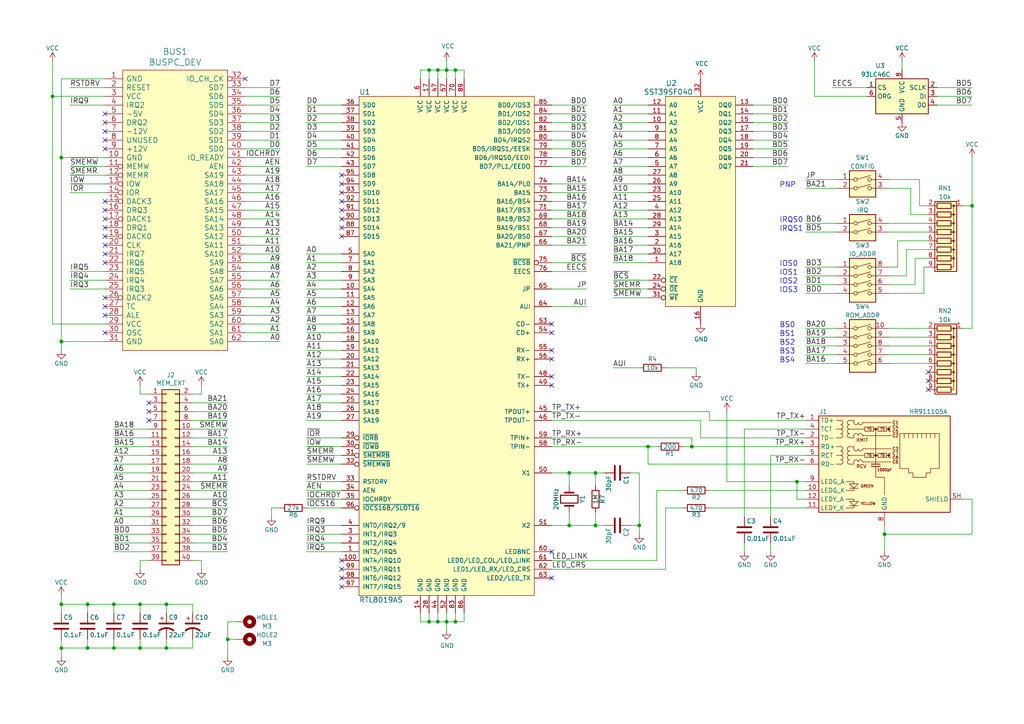
<source format=kicad_sch>
(kicad_sch (version 20230121) (generator eeschema)
  (paper "A4")
  (title_block (title "ISA 8-Bit Ethernet Controller (THT)") (date "2023-05-15") (rev "1.1") (company "Designed by Sergey Kiselev, Modified by Ceba") (comment 1 "Licensed under CERN-OHL-S: https://cern-ohl.web.cern.ch") (comment 2 "Documentation and design files: https://github.com/cebarobot/isa8_eth") (comment 3 "Original Documentation and design files: https://github.com/skiselev/isa8_eth") (comment 4 "ISA 8-Bit Ethernet Controller is an open source hardware project"))
  (lib_symbols
    (symbol "Connector_Generic:Conn_02x20_Odd_Even" (pin_names (offset 1.016) hide)
      (property "Reference" "J" (at 1.27 25.4 0))
      (property "Value" "Conn_02x20_Odd_Even" (at 1.27 -27.94 0))
      (symbol "Conn_02x20_Odd_Even_1_1"
        (pin passive line (at -5.08 22.86 0) (length 3.81) (name "Pin_1") (number "1"))
        (pin passive line (at 7.62 12.7 180) (length 3.81) (name "Pin_10") (number "10"))
        (pin passive line (at -5.08 10.16 0) (length 3.81) (name "Pin_11") (number "11"))
        (pin passive line (at 7.62 10.16 180) (length 3.81) (name "Pin_12") (number "12"))
        (pin passive line (at -5.08 7.62 0) (length 3.81) (name "Pin_13") (number "13"))
        (pin passive line (at 7.62 7.62 180) (length 3.81) (name "Pin_14") (number "14"))
        (pin passive line (at -5.08 5.08 0) (length 3.81) (name "Pin_15") (number "15"))
        (pin passive line (at 7.62 5.08 180) (length 3.81) (name "Pin_16") (number "16"))
        (pin passive line (at -5.08 2.54 0) (length 3.81) (name "Pin_17") (number "17"))
        (pin passive line (at 7.62 2.54 180) (length 3.81) (name "Pin_18") (number "18"))
        (pin passive line (at -5.08 0 0) (length 3.81) (name "Pin_19") (number "19"))
        (pin passive line (at 7.62 22.86 180) (length 3.81) (name "Pin_2") (number "2"))
        (pin passive line (at 7.62 0 180) (length 3.81) (name "Pin_20") (number "20"))
        (pin passive line (at -5.08 -2.54 0) (length 3.81) (name "Pin_21") (number "21"))
        (pin passive line (at 7.62 -2.54 180) (length 3.81) (name "Pin_22") (number "22"))
        (pin passive line (at -5.08 -5.08 0) (length 3.81) (name "Pin_23") (number "23"))
        (pin passive line (at 7.62 -5.08 180) (length 3.81) (name "Pin_24") (number "24"))
        (pin passive line (at -5.08 -7.62 0) (length 3.81) (name "Pin_25") (number "25"))
        (pin passive line (at 7.62 -7.62 180) (length 3.81) (name "Pin_26") (number "26"))
        (pin passive line (at -5.08 -10.16 0) (length 3.81) (name "Pin_27") (number "27"))
        (pin passive line (at 7.62 -10.16 180) (length 3.81) (name "Pin_28") (number "28"))
        (pin passive line (at -5.08 -12.7 0) (length 3.81) (name "Pin_29") (number "29"))
        (pin passive line (at -5.08 20.32 0) (length 3.81) (name "Pin_3") (number "3"))
        (pin passive line (at 7.62 -12.7 180) (length 3.81) (name "Pin_30") (number "30"))
        (pin passive line (at -5.08 -15.24 0) (length 3.81) (name "Pin_31") (number "31"))
        (pin passive line (at 7.62 -15.24 180) (length 3.81) (name "Pin_32") (number "32"))
        (pin passive line (at -5.08 -17.78 0) (length 3.81) (name "Pin_33") (number "33"))
        (pin passive line (at 7.62 -17.78 180) (length 3.81) (name "Pin_34") (number "34"))
        (pin passive line (at -5.08 -20.32 0) (length 3.81) (name "Pin_35") (number "35"))
        (pin passive line (at 7.62 -20.32 180) (length 3.81) (name "Pin_36") (number "36"))
        (pin passive line (at -5.08 -22.86 0) (length 3.81) (name "Pin_37") (number "37"))
        (pin passive line (at 7.62 -22.86 180) (length 3.81) (name "Pin_38") (number "38"))
        (pin passive line (at -5.08 -25.4 0) (length 3.81) (name "Pin_39") (number "39"))
        (pin passive line (at 7.62 20.32 180) (length 3.81) (name "Pin_4") (number "4"))
        (pin passive line (at 7.62 -25.4 180) (length 3.81) (name "Pin_40") (number "40"))
        (pin passive line (at -5.08 17.78 0) (length 3.81) (name "Pin_5") (number "5"))
        (pin passive line (at 7.62 17.78 180) (length 3.81) (name "Pin_6") (number "6"))
        (pin passive line (at -5.08 15.24 0) (length 3.81) (name "Pin_7") (number "7"))
        (pin passive line (at 7.62 15.24 180) (length 3.81) (name "Pin_8") (number "8"))
        (pin passive line (at -5.08 12.7 0) (length 3.81) (name "Pin_9") (number "9"))
      )
    )
    (symbol "Device:C" (pin_numbers hide) (pin_names (offset 0.254))
      (property "Reference" "C" (at 0.635 2.54 0))
      (property "Value" "C" (at 0.635 -2.54 0))
      (symbol "C_1_1"
        (pin passive line (at 0 3.81 270) (length 2.794) (name "~") (number "1"))
        (pin passive line (at 0 -3.81 90) (length 2.794) (name "~") (number "2"))
      )
    )
    (symbol "Device:Crystal" (pin_numbers hide) (pin_names (offset 1.016) hide)
      (property "Reference" "Y" (at 0 3.81 0))
      (property "Value" "Crystal" (at 0 -3.81 0))
      (symbol "Crystal_1_1"
        (pin passive line (at -3.81 0 0) (length 1.27) (name "1") (number "1"))
        (pin passive line (at 3.81 0 180) (length 1.27) (name "2") (number "2"))
      )
    )
    (symbol "Device:R" (pin_numbers hide) (pin_names (offset 0))
      (property "Reference" "R" (at 2.032 0 90))
      (property "Value" "R" (at 0 0 90))
      (symbol "R_1_1"
        (pin passive line (at 0 3.81 270) (length 1.27) (name "~") (number "1"))
        (pin passive line (at 0 -3.81 90) (length 1.27) (name "~") (number "2"))
      )
    )
    (symbol "Device:R_Network08" (pin_names (offset 0) hide)
      (property "Reference" "RN" (at -12.7 0 90))
      (property "Value" "R_Network08" (at 10.16 0 90))
      (symbol "R_Network08_1_1"
        (pin passive line (at -10.16 5.08 270) (length 2.54) (name "common") (number "1"))
        (pin passive line (at -10.16 -5.08 90) (length 1.27) (name "R1") (number "2"))
        (pin passive line (at -7.62 -5.08 90) (length 1.27) (name "R2") (number "3"))
        (pin passive line (at -5.08 -5.08 90) (length 1.27) (name "R3") (number "4"))
        (pin passive line (at -2.54 -5.08 90) (length 1.27) (name "R4") (number "5"))
        (pin passive line (at 0 -5.08 90) (length 1.27) (name "R5") (number "6"))
        (pin passive line (at 2.54 -5.08 90) (length 1.27) (name "R6") (number "7"))
        (pin passive line (at 5.08 -5.08 90) (length 1.27) (name "R7") (number "8"))
        (pin passive line (at 7.62 -5.08 90) (length 1.27) (name "R8") (number "9"))
      )
    )
    (symbol "ISA8_Ethernet-rescue:BUSPC_DEV-my_components" (pin_names (offset 1.016))
      (property "Reference" "BUS" (at -15.24 41.91 0))
      (property "Value" "my_components_BUSPC_DEV" (at -15.24 -41.91 0))
      (symbol "BUSPC_DEV-my_components_1_1"
        (pin power_out line (at -20.32 38.1 0) (length 5.08) (name "GND") (number "1"))
        (pin power_in line (at -20.32 15.24 0) (length 5.08) (name "GND") (number "10"))
        (pin output inverted (at -20.32 12.7 0) (length 5.08) (name "MEMW") (number "11"))
        (pin output inverted (at -20.32 10.16 0) (length 5.08) (name "MEMR") (number "12"))
        (pin output inverted (at -20.32 7.62 0) (length 5.08) (name "IOW") (number "13"))
        (pin output inverted (at -20.32 5.08 0) (length 5.08) (name "IOR") (number "14"))
        (pin output inverted (at -20.32 2.54 0) (length 5.08) (name "DACK3") (number "15"))
        (pin input line (at -20.32 0 0) (length 5.08) (name "DRQ3") (number "16"))
        (pin output inverted (at -20.32 -2.54 0) (length 5.08) (name "DACK1") (number "17"))
        (pin input line (at -20.32 -5.08 0) (length 5.08) (name "DRQ1") (number "18"))
        (pin output inverted (at -20.32 -7.62 0) (length 5.08) (name "DACK0") (number "19"))
        (pin output line (at -20.32 35.56 0) (length 5.08) (name "RESET") (number "2"))
        (pin output line (at -20.32 -10.16 0) (length 5.08) (name "CLK") (number "20"))
        (pin input line (at -20.32 -12.7 0) (length 5.08) (name "IRQ7") (number "21"))
        (pin input line (at -20.32 -15.24 0) (length 5.08) (name "IRQ6") (number "22"))
        (pin input line (at -20.32 -17.78 0) (length 5.08) (name "IRQ5") (number "23"))
        (pin input line (at -20.32 -20.32 0) (length 5.08) (name "IRQ4") (number "24"))
        (pin input line (at -20.32 -22.86 0) (length 5.08) (name "IRQ3") (number "25"))
        (pin output inverted (at -20.32 -25.4 0) (length 5.08) (name "DACK2") (number "26"))
        (pin output line (at -20.32 -27.94 0) (length 5.08) (name "TC") (number "27"))
        (pin output line (at -20.32 -30.48 0) (length 5.08) (name "ALE") (number "28"))
        (pin power_in line (at -20.32 -33.02 0) (length 5.08) (name "VCC") (number "29"))
        (pin power_out line (at -20.32 33.02 0) (length 5.08) (name "VCC") (number "3"))
        (pin output line (at -20.32 -35.56 0) (length 5.08) (name "OSC") (number "30"))
        (pin power_in line (at -20.32 -38.1 0) (length 5.08) (name "GND") (number "31"))
        (pin input inverted (at 20.32 38.1 180) (length 5.08) (name "IO_CH_CK") (number "32"))
        (pin bidirectional line (at 20.32 35.56 180) (length 5.08) (name "SD7") (number "33"))
        (pin bidirectional line (at 20.32 33.02 180) (length 5.08) (name "SD6") (number "34"))
        (pin bidirectional line (at 20.32 30.48 180) (length 5.08) (name "SD5") (number "35"))
        (pin bidirectional line (at 20.32 27.94 180) (length 5.08) (name "SD4") (number "36"))
        (pin bidirectional line (at 20.32 25.4 180) (length 5.08) (name "SD3") (number "37"))
        (pin bidirectional line (at 20.32 22.86 180) (length 5.08) (name "SD2") (number "38"))
        (pin bidirectional line (at 20.32 20.32 180) (length 5.08) (name "SD1") (number "39"))
        (pin input line (at -20.32 30.48 0) (length 5.08) (name "IRQ2") (number "4"))
        (pin bidirectional line (at 20.32 17.78 180) (length 5.08) (name "SD0") (number "40"))
        (pin input line (at 20.32 15.24 180) (length 5.08) (name "IO_READY") (number "41"))
        (pin output line (at 20.32 12.7 180) (length 5.08) (name "AEN") (number "42"))
        (pin output line (at 20.32 10.16 180) (length 5.08) (name "SA19") (number "43"))
        (pin output line (at 20.32 7.62 180) (length 5.08) (name "SA18") (number "44"))
        (pin output line (at 20.32 5.08 180) (length 5.08) (name "SA17") (number "45"))
        (pin output line (at 20.32 2.54 180) (length 5.08) (name "SA16") (number "46"))
        (pin output line (at 20.32 0 180) (length 5.08) (name "SA15") (number "47"))
        (pin output line (at 20.32 -2.54 180) (length 5.08) (name "SA14") (number "48"))
        (pin output line (at 20.32 -5.08 180) (length 5.08) (name "SA13") (number "49"))
        (pin power_out line (at -20.32 27.94 0) (length 5.08) (name "-5V") (number "5"))
        (pin output line (at 20.32 -7.62 180) (length 5.08) (name "SA12") (number "50"))
        (pin output line (at 20.32 -10.16 180) (length 5.08) (name "SA11") (number "51"))
        (pin output line (at 20.32 -12.7 180) (length 5.08) (name "SA10") (number "52"))
        (pin output line (at 20.32 -15.24 180) (length 5.08) (name "SA9") (number "53"))
        (pin output line (at 20.32 -17.78 180) (length 5.08) (name "SA8") (number "54"))
        (pin output line (at 20.32 -20.32 180) (length 5.08) (name "SA7") (number "55"))
        (pin output line (at 20.32 -22.86 180) (length 5.08) (name "SA6") (number "56"))
        (pin output line (at 20.32 -25.4 180) (length 5.08) (name "SA5") (number "57"))
        (pin output line (at 20.32 -27.94 180) (length 5.08) (name "SA4") (number "58"))
        (pin output line (at 20.32 -30.48 180) (length 5.08) (name "SA3") (number "59"))
        (pin input line (at -20.32 25.4 0) (length 5.08) (name "DRQ2") (number "6"))
        (pin output line (at 20.32 -33.02 180) (length 5.08) (name "SA2") (number "60"))
        (pin output line (at 20.32 -35.56 180) (length 5.08) (name "SA1") (number "61"))
        (pin output line (at 20.32 -38.1 180) (length 5.08) (name "SA0") (number "62"))
        (pin power_out line (at -20.32 22.86 0) (length 5.08) (name "-12V") (number "7"))
        (pin passive line (at -20.32 20.32 0) (length 5.08) (name "UNUSED") (number "8"))
        (pin power_out line (at -20.32 17.78 0) (length 5.08) (name "+12V") (number "9"))
      )
    )
    (symbol "ISA8_Ethernet-rescue:CP1-Device" (pin_numbers hide) (pin_names (offset 0.254) hide)
      (property "Reference" "C" (at 0.635 2.54 0))
      (property "Value" "Device_CP1" (at 0.635 -2.54 0))
      (symbol "CP1-Device_1_1"
        (pin passive line (at 0 3.81 270) (length 2.794) (name "~") (number "1"))
        (pin passive line (at 0 -3.81 90) (length 3.302) (name "~") (number "2"))
      )
    )
    (symbol "ISA8_Ethernet-rescue:RTL8019AS-my_components" (pin_names (offset 1.016))
      (property "Reference" "U" (at -25.4 73.66 0))
      (property "Value" "my_components_RTL8019AS" (at -30.48 -73.66 0))
      (symbol "RTL8019AS-my_components_1_1"
        (pin output line (at -30.48 -59.69 0) (length 5.08) (name "INT3/IRQ5") (number "1"))
        (pin input line (at -30.48 16.51 0) (length 5.08) (name "SA4") (number "10"))
        (pin output line (at -30.48 -62.23 0) (length 5.08) (name "INT4/IRQ10") (number "100"))
        (pin input line (at -30.48 13.97 0) (length 5.08) (name "SA5") (number "11"))
        (pin input line (at -30.48 11.43 0) (length 5.08) (name "SA6") (number "12"))
        (pin input line (at -30.48 8.89 0) (length 5.08) (name "SA7") (number "13"))
        (pin power_in line (at -7.62 -77.47 90) (length 5.08) (name "GND") (number "14"))
        (pin input line (at -30.48 6.35 0) (length 5.08) (name "SA8") (number "15"))
        (pin input line (at -30.48 3.81 0) (length 5.08) (name "SA9") (number "16"))
        (pin power_in line (at -5.08 77.47 270) (length 5.08) (name "VCC") (number "17"))
        (pin input line (at -30.48 1.27 0) (length 5.08) (name "SA10") (number "18"))
        (pin input line (at -30.48 -1.27 0) (length 5.08) (name "SA11") (number "19"))
        (pin output line (at -30.48 -57.15 0) (length 5.08) (name "INT2/IRQ4") (number "2"))
        (pin input line (at -30.48 -3.81 0) (length 5.08) (name "SA12") (number "20"))
        (pin input line (at -30.48 -6.35 0) (length 5.08) (name "SA13") (number "21"))
        (pin input line (at -30.48 -8.89 0) (length 5.08) (name "SA14") (number "22"))
        (pin input line (at -30.48 -11.43 0) (length 5.08) (name "SA15") (number "23"))
        (pin input line (at -30.48 -13.97 0) (length 5.08) (name "SA16") (number "24"))
        (pin input line (at -30.48 -16.51 0) (length 5.08) (name "SA17") (number "25"))
        (pin input line (at -30.48 -19.05 0) (length 5.08) (name "SA18") (number "26"))
        (pin input line (at -30.48 -21.59 0) (length 5.08) (name "SA19") (number "27"))
        (pin power_in line (at -5.08 -77.47 90) (length 5.08) (name "GND") (number "28"))
        (pin input inverted (at -30.48 -26.67 0) (length 5.08) (name "~{IORB}") (number "29"))
        (pin output line (at -30.48 -54.61 0) (length 5.08) (name "INT1/IRQ3") (number "3"))
        (pin input inverted (at -30.48 -29.21 0) (length 5.08) (name "~{IOWB}") (number "30"))
        (pin input inverted (at -30.48 -31.75 0) (length 5.08) (name "~{SMEMRB}") (number "31"))
        (pin input inverted (at -30.48 -34.29 0) (length 5.08) (name "~{SMEMWB}") (number "32"))
        (pin input line (at -30.48 -39.37 0) (length 5.08) (name "RSTDRV") (number "33"))
        (pin input line (at -30.48 -41.91 0) (length 5.08) (name "AEN") (number "34"))
        (pin output line (at -30.48 -44.45 0) (length 5.08) (name "IOCHRDY") (number "35"))
        (pin bidirectional line (at -30.48 69.85 0) (length 5.08) (name "SD0") (number "36"))
        (pin bidirectional line (at -30.48 67.31 0) (length 5.08) (name "SD1") (number "37"))
        (pin bidirectional line (at -30.48 64.77 0) (length 5.08) (name "SD2") (number "38"))
        (pin bidirectional line (at -30.48 62.23 0) (length 5.08) (name "SD3") (number "39"))
        (pin output line (at -30.48 -52.07 0) (length 5.08) (name "INT0/IRQ2/9") (number "4"))
        (pin bidirectional line (at -30.48 59.69 0) (length 5.08) (name "SD4") (number "40"))
        (pin bidirectional line (at -30.48 57.15 0) (length 5.08) (name "SD5") (number "41"))
        (pin bidirectional line (at -30.48 54.61 0) (length 5.08) (name "SD6") (number "42"))
        (pin bidirectional line (at -30.48 52.07 0) (length 5.08) (name "SD7") (number "43"))
        (pin power_in line (at -2.54 -77.47 90) (length 5.08) (name "GND") (number "44"))
        (pin output line (at 30.48 -19.05 180) (length 5.08) (name "TPOUT+") (number "45"))
        (pin output line (at 30.48 -21.59 180) (length 5.08) (name "TPOUT-") (number "46"))
        (pin power_in line (at -2.54 77.47 270) (length 5.08) (name "VCC") (number "47"))
        (pin output line (at 30.48 -8.89 180) (length 5.08) (name "TX-") (number "48"))
        (pin output line (at 30.48 -11.43 180) (length 5.08) (name "TX+") (number "49"))
        (pin input line (at -30.48 26.67 0) (length 5.08) (name "SA0") (number "5"))
        (pin input line (at 30.48 -36.83 180) (length 5.08) (name "X1") (number "50"))
        (pin output line (at 30.48 -52.07 180) (length 5.08) (name "X2") (number "51"))
        (pin power_in line (at 0 -77.47 90) (length 5.08) (name "GND") (number "52"))
        (pin input line (at 30.48 6.35 180) (length 5.08) (name "CD-") (number "53"))
        (pin input line (at 30.48 3.81 180) (length 5.08) (name "CD+") (number "54"))
        (pin input line (at 30.48 -1.27 180) (length 5.08) (name "RX-") (number "55"))
        (pin input line (at 30.48 -3.81 180) (length 5.08) (name "RX+") (number "56"))
        (pin power_in line (at 0 77.47 270) (length 5.08) (name "VCC") (number "57"))
        (pin input line (at 30.48 -29.21 180) (length 5.08) (name "TPIN-") (number "58"))
        (pin input line (at 30.48 -26.67 180) (length 5.08) (name "TPIN+") (number "59"))
        (pin power_in line (at -7.62 77.47 270) (length 5.0292) (name "VCC") (number "6"))
        (pin output line (at 30.48 -59.69 180) (length 5.08) (name "LEDBNC") (number "60"))
        (pin output line (at 30.48 -62.23 180) (length 5.08) (name "LED0/LED_COL/LED_LINK") (number "61"))
        (pin output line (at 30.48 -64.77 180) (length 5.08) (name "LED1/LED_RX/LED_CRS") (number "62"))
        (pin output line (at 30.48 -67.31 180) (length 5.08) (name "LED2/LED_TX") (number "63"))
        (pin input line (at 30.48 11.43 180) (length 5.08) (name "AUI") (number "64"))
        (pin input line (at 30.48 16.51 180) (length 5.08) (name "JP") (number "65"))
        (pin bidirectional line (at 30.48 29.21 180) (length 5.08) (name "BA21/PNP") (number "66"))
        (pin bidirectional line (at 30.48 31.75 180) (length 5.08) (name "BA20/BS0") (number "67"))
        (pin bidirectional line (at 30.48 34.29 180) (length 5.08) (name "BA19/BS1") (number "68"))
        (pin bidirectional line (at 30.48 36.83 180) (length 5.08) (name "BA18/BS2") (number "69"))
        (pin input line (at -30.48 24.13 0) (length 5.08) (name "SA1") (number "7"))
        (pin power_in line (at 2.54 77.47 270) (length 5.08) (name "VCC") (number "70"))
        (pin bidirectional line (at 30.48 39.37 180) (length 5.08) (name "BA17/BS3") (number "71"))
        (pin bidirectional line (at 30.48 41.91 180) (length 5.08) (name "BA16/BS4") (number "72"))
        (pin output line (at 30.48 44.45 180) (length 5.08) (name "BA15") (number "73"))
        (pin bidirectional line (at 30.48 46.99 180) (length 5.08) (name "BA14/PL0") (number "74"))
        (pin output inverted (at 30.48 24.13 180) (length 5.08) (name "~{BCSB}") (number "75"))
        (pin output line (at 30.48 21.59 180) (length 5.08) (name "EECS") (number "76"))
        (pin bidirectional line (at 30.48 52.07 180) (length 5.08) (name "BD7/PL1/EEDO") (number "77"))
        (pin bidirectional line (at 30.48 54.61 180) (length 5.08) (name "BD6/IRQS0/EEDI") (number "78"))
        (pin bidirectional line (at 30.48 57.15 180) (length 5.08) (name "BD5/IRQS1/EESK") (number "79"))
        (pin input line (at -30.48 21.59 0) (length 5.08) (name "SA2") (number "8"))
        (pin bidirectional line (at 30.48 59.69 180) (length 5.08) (name "BD4/IRQS2") (number "80"))
        (pin bidirectional line (at 30.48 62.23 180) (length 5.08) (name "BD3/IOS0") (number "81"))
        (pin bidirectional line (at 30.48 64.77 180) (length 5.08) (name "BD2/IOS1") (number "82"))
        (pin power_in line (at 2.54 -77.47 90) (length 5.08) (name "GND") (number "83"))
        (pin bidirectional line (at 30.48 67.31 180) (length 5.08) (name "BD1/IOS2") (number "84"))
        (pin bidirectional line (at 30.48 69.85 180) (length 5.08) (name "BD0/IOS3") (number "85"))
        (pin power_in line (at 5.08 -77.47 90) (length 5.08) (name "GND") (number "86"))
        (pin bidirectional line (at -30.48 31.75 0) (length 5.08) (name "SD15") (number "87"))
        (pin bidirectional line (at -30.48 34.29 0) (length 5.08) (name "SD14") (number "88"))
        (pin power_in line (at 5.08 77.47 270) (length 5.08) (name "VCC") (number "89"))
        (pin input line (at -30.48 19.05 0) (length 5.08) (name "SA3") (number "9"))
        (pin bidirectional line (at -30.48 36.83 0) (length 5.08) (name "SD13") (number "90"))
        (pin bidirectional line (at -30.48 39.37 0) (length 5.08) (name "SD12") (number "91"))
        (pin bidirectional line (at -30.48 41.91 0) (length 5.08) (name "SD11") (number "92"))
        (pin bidirectional line (at -30.48 44.45 0) (length 5.08) (name "SD10") (number "93"))
        (pin bidirectional line (at -30.48 46.99 0) (length 5.08) (name "SD9") (number "94"))
        (pin bidirectional line (at -30.48 49.53 0) (length 5.08) (name "SD8") (number "95"))
        (pin open_collector inverted (at -30.48 -46.99 0) (length 5.08) (name "~{IOCS16B/SLOT16}") (number "96"))
        (pin output line (at -30.48 -69.85 0) (length 5.08) (name "INT7/IRQ15") (number "97"))
        (pin output line (at -30.48 -67.31 0) (length 5.08) (name "INT6/IRQ12") (number "98"))
        (pin output line (at -30.48 -64.77 0) (length 5.08) (name "INT5/IRQ11") (number "99"))
      )
    )
    (symbol "ISA8_Ethernet-rescue:SST39SF040-my_components" (pin_names (offset 1.016))
      (property "Reference" "U" (at -10.16 34.29 0))
      (property "Value" "my_components_SST39SF040" (at -10.16 31.75 0))
      (symbol "SST39SF040-my_components_1_1"
        (pin input line (at -15.24 -17.78 0) (length 5.08) (name "A18") (number "1"))
        (pin input line (at -15.24 22.86 0) (length 5.08) (name "A2") (number "10"))
        (pin input line (at -15.24 25.4 0) (length 5.08) (name "A1") (number "11"))
        (pin input line (at -15.24 27.94 0) (length 5.08) (name "A0") (number "12"))
        (pin bidirectional line (at 15.24 27.94 180) (length 5.08) (name "DQ0") (number "13"))
        (pin bidirectional line (at 15.24 25.4 180) (length 5.08) (name "DQ1") (number "14"))
        (pin bidirectional line (at 15.24 22.86 180) (length 5.08) (name "DQ2") (number "15"))
        (pin power_in line (at 0 -35.56 90) (length 5.08) (name "GND") (number "16"))
        (pin bidirectional line (at 15.24 20.32 180) (length 5.08) (name "DQ3") (number "17"))
        (pin bidirectional line (at 15.24 17.78 180) (length 5.08) (name "DQ4") (number "18"))
        (pin bidirectional line (at 15.24 15.24 180) (length 5.08) (name "DQ5") (number "19"))
        (pin input line (at -15.24 -12.7 0) (length 5.08) (name "A16") (number "2"))
        (pin bidirectional line (at 15.24 12.7 180) (length 5.08) (name "DQ6") (number "20"))
        (pin bidirectional line (at 15.24 10.16 180) (length 5.08) (name "DQ7") (number "21"))
        (pin input inverted (at -15.24 -22.86 0) (length 5.08) (name "~{CE}") (number "22"))
        (pin input line (at -15.24 2.54 0) (length 5.08) (name "A10") (number "23"))
        (pin input inverted (at -15.24 -25.4 0) (length 5.08) (name "~{OE}") (number "24"))
        (pin input line (at -15.24 0 0) (length 5.08) (name "A11") (number "25"))
        (pin input line (at -15.24 5.08 0) (length 5.08) (name "A9") (number "26"))
        (pin input line (at -15.24 7.62 0) (length 5.08) (name "A8") (number "27"))
        (pin input line (at -15.24 -5.08 0) (length 5.08) (name "A13") (number "28"))
        (pin input line (at -15.24 -7.62 0) (length 5.08) (name "A14") (number "29"))
        (pin input line (at -15.24 -10.16 0) (length 5.08) (name "A15") (number "3"))
        (pin input line (at -15.24 -15.24 0) (length 5.08) (name "A17") (number "30"))
        (pin input inverted (at -15.24 -27.94 0) (length 5.08) (name "~{WE}") (number "31"))
        (pin power_in line (at 0 35.56 270) (length 5.08) (name "VCC") (number "32"))
        (pin input line (at -15.24 -2.54 0) (length 5.08) (name "A12") (number "4"))
        (pin input line (at -15.24 10.16 0) (length 5.08) (name "A7") (number "5"))
        (pin input line (at -15.24 12.7 0) (length 5.08) (name "A6") (number "6"))
        (pin input line (at -15.24 15.24 0) (length 5.08) (name "A5") (number "7"))
        (pin input line (at -15.24 17.78 0) (length 5.08) (name "A4") (number "8"))
        (pin input line (at -15.24 20.32 0) (length 5.08) (name "A3") (number "9"))
      )
    )
    (symbol "Mechanical:MountingHole_Pad" (pin_numbers hide) (pin_names (offset 1.016) hide)
      (property "Reference" "H" (at 0 6.35 0))
      (property "Value" "MountingHole_Pad" (at 0 4.445 0))
      (symbol "MountingHole_Pad_1_1"
        (pin input line (at 0 -2.54 90) (length 2.54) (name "1") (number "1"))
      )
    )
    (symbol "Memory_EEPROM:93LCxxC"
      (property "Reference" "U" (at -7.62 6.35 0))
      (property "Value" "93LCxxC" (at 2.54 -6.35 0))
      (symbol "93LCxxC_1_1"
        (pin input line (at -10.16 2.54 0) (length 2.54) (name "CS") (number "1"))
        (pin input line (at 10.16 2.54 180) (length 2.54) (name "SCLK") (number "2"))
        (pin input line (at 10.16 0 180) (length 2.54) (name "DI") (number "3"))
        (pin tri_state line (at 10.16 -2.54 180) (length 2.54) (name "DO") (number "4"))
        (pin power_in line (at 0 -7.62 90) (length 2.54) (name "GND") (number "5"))
        (pin input line (at -10.16 0 0) (length 2.54) (name "ORG") (number "6"))
        (pin no_connect line (at -7.62 -2.54 0) (length 2.54) hide (name "NC") (number "7"))
        (pin power_in line (at 0 7.62 270) (length 2.54) (name "VCC") (number "8"))
      )
    )
    (symbol "My_Components:RJ45_Hanrun_HR911105A"
      (property "Reference" "J1" (at -17.78 15.24 0))
      (property "Value" "HR911105A" (at 12.7 15.24 0))
      (symbol "RJ45_Hanrun_HR911105A_0_0"
        (text "1000pF" (at 0 -1.651 0) (effects (font (size 0.762 0.762))))
        (text "75" (at -4.445 2.54 0) (effects (font (size 0.762 0.762))))
        (text "75" (at -4.445 10.16 0) (effects (font (size 0.762 0.762))))
        (text "75" (at -0.635 2.54 0) (effects (font (size 0.762 0.762))))
        (text "75" (at -0.635 10.16 0) (effects (font (size 0.762 0.762))))
        (text "C1" (at 3.175 12.065 0) (effects (font (size 0.889 0.889))))
        (text "C2" (at 3.175 8.255 0) (effects (font (size 0.889 0.889))))
        (text "C3" (at 3.175 4.445 0) (effects (font (size 0.889 0.889))))
        (text "C4" (at 3.175 10.795 0) (effects (font (size 0.889 0.889))))
        (text "C5" (at 3.175 9.525 0) (effects (font (size 0.889 0.889))))
        (text "C6" (at 3.175 0.635 0) (effects (font (size 0.889 0.889))))
        (text "C7" (at 3.175 3.175 0) (effects (font (size 0.889 0.889))))
        (text "C8" (at 3.175 1.905 0) (effects (font (size 0.889 0.889))))
        (text "GREEN" (at -6.985 -6.35 0) (effects (font (size 0.762 0.762)) (justify left)))
        (text "RCV" (at -8.255 -0.635 0) (effects (font (size 1.016 1.016)) (justify left)))
        (text "XMIT" (at -8.255 6.985 0) (effects (font (size 1.016 1.016)) (justify left)))
        (text "YELLOW" (at -6.985 -11.43 0) (effects (font (size 0.762 0.762)) (justify left)))
      )
      (symbol "RJ45_Hanrun_HR911105A_1_1"
        (pin passive line (at -22.86 12.7 0) (length 3.81) (name "TD+") (number "1"))
        (pin passive line (at -22.86 -7.62 0) (length 3.81) (name "LEDG_K") (number "10"))
        (pin passive line (at -22.86 -12.7 0) (length 3.81) (name "LEDY_K") (number "11"))
        (pin passive line (at -22.86 -10.16 0) (length 3.81) (name "LEDY_A") (number "12"))
        (pin passive line (at -22.86 7.62 0) (length 3.81) (name "TD-") (number "2"))
        (pin passive line (at -22.86 5.08 0) (length 3.81) (name "RD+") (number "3"))
        (pin passive line (at -22.86 10.16 0) (length 3.81) (name "TCT") (number "4"))
        (pin passive line (at -22.86 2.54 0) (length 3.81) (name "RCT") (number "5"))
        (pin passive line (at -22.86 0 0) (length 3.81) (name "RD-") (number "6"))
        (pin no_connect line (at 8.89 -6.35 0) (length 0) hide (name "NC") (number "7"))
        (pin power_in line (at 0 -17.78 90) (length 3.81) (name "GND") (number "8"))
        (pin passive line (at -22.86 -5.08 0) (length 3.81) (name "LEDG_A") (number "9"))
        (pin passive line (at 22.86 -10.16 180) (length 3.81) (name "SHIELD") (number "SH"))
      )
    )
    (symbol "Switch:SW_DIP_x02" (pin_names (offset 0) hide)
      (property "Reference" "SW" (at 0 6.35 0))
      (property "Value" "SW_DIP_x02" (at 0 -3.81 0))
      (symbol "SW_DIP_x02_1_1"
        (pin passive line (at -7.62 2.54 0) (length 5.08) (name "~") (number "1"))
        (pin passive line (at -7.62 0 0) (length 5.08) (name "~") (number "2"))
        (pin passive line (at 7.62 0 180) (length 5.08) (name "~") (number "3"))
        (pin passive line (at 7.62 2.54 180) (length 5.08) (name "~") (number "4"))
      )
    )
    (symbol "Switch:SW_DIP_x04" (pin_names (offset 0) hide)
      (property "Reference" "SW" (at 0 8.89 0))
      (property "Value" "SW_DIP_x04" (at 0 -6.35 0))
      (symbol "SW_DIP_x04_1_1"
        (pin passive line (at -7.62 5.08 0) (length 5.08) (name "~") (number "1"))
        (pin passive line (at -7.62 2.54 0) (length 5.08) (name "~") (number "2"))
        (pin passive line (at -7.62 0 0) (length 5.08) (name "~") (number "3"))
        (pin passive line (at -7.62 -2.54 0) (length 5.08) (name "~") (number "4"))
        (pin passive line (at 7.62 -2.54 180) (length 5.08) (name "~") (number "5"))
        (pin passive line (at 7.62 0 180) (length 5.08) (name "~") (number "6"))
        (pin passive line (at 7.62 2.54 180) (length 5.08) (name "~") (number "7"))
        (pin passive line (at 7.62 5.08 180) (length 5.08) (name "~") (number "8"))
      )
    )
    (symbol "Switch:SW_DIP_x05" (pin_names (offset 0) hide)
      (property "Reference" "SW" (at 0 8.89 0))
      (property "Value" "SW_DIP_x05" (at 0 -8.89 0))
      (symbol "SW_DIP_x05_1_1"
        (pin passive line (at -7.62 5.08 0) (length 5.08) (name "~") (number "1"))
        (pin passive line (at 7.62 5.08 180) (length 5.08) (name "~") (number "10"))
        (pin passive line (at -7.62 2.54 0) (length 5.08) (name "~") (number "2"))
        (pin passive line (at -7.62 0 0) (length 5.08) (name "~") (number "3"))
        (pin passive line (at -7.62 -2.54 0) (length 5.08) (name "~") (number "4"))
        (pin passive line (at -7.62 -5.08 0) (length 5.08) (name "~") (number "5"))
        (pin passive line (at 7.62 -5.08 180) (length 5.08) (name "~") (number "6"))
        (pin passive line (at 7.62 -2.54 180) (length 5.08) (name "~") (number "7"))
        (pin passive line (at 7.62 0 180) (length 5.08) (name "~") (number "8"))
        (pin passive line (at 7.62 2.54 180) (length 5.08) (name "~") (number "9"))
      )
    )
    (symbol "power:GND" (power) (pin_names (offset 0))
      (property "Value" "GND" (at 0 -3.81 0))
      (symbol "GND_1_1"
        (pin power_in line (at 0 0 270) (length 0) hide (name "GND") (number "1"))
      )
    )
    (symbol "power:VCC" (power) (pin_names (offset 0))
      (property "Value" "VCC" (at 0 3.81 0))
      (symbol "VCC_1_1"
        (pin power_in line (at 0 0 90) (length 0) hide (name "VCC") (number "1"))
      )
    )
  )
  (junction (at 48.26 187.96))
  (junction (at 33.02 175.26))
  (junction (at 40.64 187.96))
  (junction (at 129.54 20.32))
  (junction (at 66.04 185.42))
  (junction (at 15.24 27.94))
  (junction (at 132.08 20.32))
  (junction (at 17.78 187.96))
  (junction (at 256.54 154.94))
  (junction (at 33.02 187.96))
  (junction (at 185.42 152.4))
  (junction (at 25.4 175.26))
  (junction (at 187.96 129.54))
  (junction (at 281.94 59.69))
  (junction (at 124.46 180.34))
  (junction (at 200.66 129.54))
  (junction (at 127 180.34))
  (junction (at 17.78 99.06))
  (junction (at 17.78 175.26))
  (junction (at 132.08 180.34))
  (junction (at 17.78 45.72))
  (junction (at 127 20.32))
  (junction (at 40.64 175.26))
  (junction (at 172.72 137.16))
  (junction (at 231.14 139.7))
  (junction (at 124.46 20.32))
  (junction (at 165.1 152.4))
  (junction (at 129.54 180.34))
  (junction (at 172.72 152.4))
  (junction (at 25.4 187.96))
  (junction (at 165.1 137.16))
  (junction (at 48.26 175.26))
  (no_connect (at 30.48 60.96))
  (no_connect (at 99.06 66.04))
  (no_connect (at 160.02 101.6))
  (no_connect (at 30.48 76.2))
  (no_connect (at 30.48 66.04))
  (no_connect (at 160.02 96.52))
  (no_connect (at 160.02 104.14))
  (no_connect (at 30.48 43.18))
  (no_connect (at 71.12 22.86))
  (no_connect (at 99.06 170.18))
  (no_connect (at 99.06 167.64))
  (no_connect (at 30.48 40.64))
  (no_connect (at 30.48 58.42))
  (no_connect (at 30.48 63.5))
  (no_connect (at 43.18 119.38))
  (no_connect (at 99.06 55.88))
  (no_connect (at 269.24 107.95))
  (no_connect (at 160.02 93.98))
  (no_connect (at 99.06 50.8))
  (no_connect (at 160.02 111.76))
  (no_connect (at 99.06 162.56))
  (no_connect (at 160.02 109.22))
  (no_connect (at 30.48 35.56))
  (no_connect (at 30.48 33.02))
  (no_connect (at 99.06 53.34))
  (no_connect (at 99.06 165.1))
  (no_connect (at 30.48 91.44))
  (no_connect (at 99.06 68.58))
  (no_connect (at 30.48 73.66))
  (no_connect (at 160.02 167.64))
  (no_connect (at 30.48 86.36))
  (no_connect (at 99.06 60.96))
  (no_connect (at 269.24 113.03))
  (no_connect (at 30.48 88.9))
  (no_connect (at 30.48 96.52))
  (no_connect (at 99.06 63.5))
  (no_connect (at 269.24 110.49))
  (no_connect (at 43.18 121.92))
  (no_connect (at 160.02 160.02))
  (no_connect (at 30.48 68.58))
  (no_connect (at 30.48 38.1))
  (no_connect (at 99.06 58.42))
  (no_connect (at 30.48 71.12))
  (no_connect (at 43.18 116.84))
  (wire (pts (xy 99.06 152.4) (xy 88.9 152.4)))
  (wire (pts (xy 71.12 38.1) (xy 81.28 38.1)))
  (wire (pts (xy 187.96 134.62) (xy 187.96 129.54)))
  (wire (pts (xy 187.96 81.28) (xy 177.8 81.28)))
  (wire (pts (xy 66.04 185.42) (xy 66.04 190.5)))
  (wire (pts (xy 257.81 102.87) (xy 269.24 102.87)))
  (wire (pts (xy 218.44 33.02) (xy 228.6 33.02)))
  (wire (pts (xy 43.18 154.94) (xy 33.02 154.94)))
  (wire (pts (xy 71.12 25.4) (xy 81.28 25.4)))
  (wire (pts (xy 71.12 73.66) (xy 81.28 73.66)))
  (wire (pts (xy 279.4 95.25) (xy 281.94 95.25)))
  (wire (pts (xy 55.88 157.48) (xy 66.04 157.48)))
  (wire (pts (xy 99.06 38.1) (xy 88.9 38.1)))
  (wire (pts (xy 187.96 35.56) (xy 177.8 35.56)))
  (wire (pts (xy 160.02 76.2) (xy 170.18 76.2)))
  (wire (pts (xy 99.06 96.52) (xy 88.9 96.52)))
  (wire (pts (xy 71.12 66.04) (xy 81.28 66.04)))
  (wire (pts (xy 251.46 27.94) (xy 236.22 27.94)))
  (wire (pts (xy 160.02 83.82) (xy 170.18 83.82)))
  (wire (pts (xy 203.2 127) (xy 233.68 127)))
  (wire (pts (xy 55.88 144.78) (xy 66.04 144.78)))
  (wire (pts (xy 190.5 142.24) (xy 198.12 142.24)))
  (wire (pts (xy 160.02 30.48) (xy 170.18 30.48)))
  (wire (pts (xy 165.1 137.16) (xy 165.1 140.97)))
  (wire (pts (xy 99.06 76.2) (xy 88.9 76.2)))
  (wire (pts (xy 55.88 147.32) (xy 66.04 147.32)))
  (wire (pts (xy 99.06 93.98) (xy 88.9 93.98)))
  (wire (pts (xy 266.7 59.69) (xy 269.24 59.69)))
  (wire (pts (xy 262.89 72.39) (xy 269.24 72.39)))
  (wire (pts (xy 15.24 27.94) (xy 15.24 93.98)))
  (wire (pts (xy 30.48 48.26) (xy 20.32 48.26)))
  (wire (pts (xy 71.12 58.42) (xy 81.28 58.42)))
  (wire (pts (xy 71.12 88.9) (xy 81.28 88.9)))
  (wire (pts (xy 160.02 66.04) (xy 170.18 66.04)))
  (wire (pts (xy 43.18 160.02) (xy 33.02 160.02)))
  (wire (pts (xy 233.68 82.55) (xy 242.57 82.55)))
  (wire (pts (xy 215.9 124.46) (xy 215.9 149.86)))
  (wire (pts (xy 193.04 147.32) (xy 198.12 147.32)))
  (wire (pts (xy 261.62 17.78) (xy 261.62 20.32)))
  (wire (pts (xy 187.96 60.96) (xy 177.8 60.96)))
  (wire (pts (xy 165.1 137.16) (xy 172.72 137.16)))
  (wire (pts (xy 55.88 124.46) (xy 66.04 124.46)))
  (wire (pts (xy 185.42 137.16) (xy 182.88 137.16)))
  (wire (pts (xy 281.94 45.72) (xy 281.94 59.69)))
  (wire (pts (xy 172.72 152.4) (xy 172.72 148.59)))
  (wire (pts (xy 99.06 147.32) (xy 88.9 147.32)))
  (wire (pts (xy 260.35 77.47) (xy 260.35 69.85)))
  (wire (pts (xy 134.62 177.8) (xy 134.62 180.34)))
  (wire (pts (xy 55.88 132.08) (xy 66.04 132.08)))
  (wire (pts (xy 160.02 43.18) (xy 170.18 43.18)))
  (wire (pts (xy 71.12 76.2) (xy 81.28 76.2)))
  (wire (pts (xy 99.06 119.38) (xy 88.9 119.38)))
  (wire (pts (xy 99.06 132.08) (xy 88.9 132.08)))
  (wire (pts (xy 281.94 154.94) (xy 256.54 154.94)))
  (wire (pts (xy 15.24 17.78) (xy 15.24 27.94)))
  (wire (pts (xy 257.81 85.09) (xy 267.97 85.09)))
  (wire (pts (xy 71.12 99.06) (xy 81.28 99.06)))
  (wire (pts (xy 257.81 80.01) (xy 262.89 80.01)))
  (wire (pts (xy 201.93 106.68) (xy 201.93 107.95)))
  (wire (pts (xy 43.18 132.08) (xy 33.02 132.08)))
  (wire (pts (xy 266.7 52.07) (xy 266.7 59.69)))
  (wire (pts (xy 187.96 55.88) (xy 177.8 55.88)))
  (wire (pts (xy 48.26 187.96) (xy 48.26 185.42)))
  (wire (pts (xy 17.78 172.72) (xy 17.78 175.26)))
  (wire (pts (xy 55.88 149.86) (xy 66.04 149.86)))
  (wire (pts (xy 43.18 162.56) (xy 40.64 162.56)))
  (wire (pts (xy 233.68 80.01) (xy 242.57 80.01)))
  (wire (pts (xy 71.12 50.8) (xy 81.28 50.8)))
  (wire (pts (xy 99.06 114.3) (xy 88.9 114.3)))
  (wire (pts (xy 30.48 22.86) (xy 17.78 22.86)))
  (wire (pts (xy 200.66 127) (xy 200.66 129.54)))
  (wire (pts (xy 71.12 30.48) (xy 81.28 30.48)))
  (wire (pts (xy 99.06 116.84) (xy 88.9 116.84)))
  (wire (pts (xy 257.81 64.77) (xy 269.24 64.77)))
  (wire (pts (xy 223.52 157.48) (xy 223.52 160.02)))
  (wire (pts (xy 129.54 20.32) (xy 129.54 22.86)))
  (wire (pts (xy 233.68 64.77) (xy 242.57 64.77)))
  (wire (pts (xy 187.96 43.18) (xy 177.8 43.18)))
  (wire (pts (xy 127 177.8) (xy 127 180.34)))
  (wire (pts (xy 99.06 139.7) (xy 88.9 139.7)))
  (wire (pts (xy 236.22 27.94) (xy 236.22 17.78)))
  (wire (pts (xy 187.96 134.62) (xy 233.68 134.62)))
  (wire (pts (xy 233.68 95.25) (xy 242.57 95.25)))
  (wire (pts (xy 132.08 180.34) (xy 129.54 180.34)))
  (wire (pts (xy 267.97 77.47) (xy 267.97 85.09)))
  (wire (pts (xy 99.06 45.72) (xy 88.9 45.72)))
  (wire (pts (xy 71.12 60.96) (xy 81.28 60.96)))
  (wire (pts (xy 233.68 132.08) (xy 223.52 132.08)))
  (wire (pts (xy 30.48 50.8) (xy 20.32 50.8)))
  (wire (pts (xy 132.08 20.32) (xy 134.62 20.32)))
  (wire (pts (xy 40.64 175.26) (xy 48.26 175.26)))
  (wire (pts (xy 132.08 20.32) (xy 132.08 22.86)))
  (wire (pts (xy 25.4 185.42) (xy 25.4 187.96)))
  (wire (pts (xy 193.04 106.68) (xy 201.93 106.68)))
  (wire (pts (xy 129.54 20.32) (xy 132.08 20.32)))
  (wire (pts (xy 233.68 52.07) (xy 242.57 52.07)))
  (wire (pts (xy 182.88 152.4) (xy 185.42 152.4)))
  (wire (pts (xy 271.78 25.4) (xy 281.94 25.4)))
  (wire (pts (xy 257.81 100.33) (xy 269.24 100.33)))
  (wire (pts (xy 99.06 111.76) (xy 88.9 111.76)))
  (wire (pts (xy 99.06 129.54) (xy 88.9 129.54)))
  (wire (pts (xy 160.02 119.38) (xy 205.74 119.38)))
  (wire (pts (xy 190.5 162.56) (xy 160.02 162.56)))
  (wire (pts (xy 99.06 91.44) (xy 88.9 91.44)))
  (wire (pts (xy 99.06 160.02) (xy 88.9 160.02)))
  (wire (pts (xy 55.88 127) (xy 66.04 127)))
  (wire (pts (xy 48.26 187.96) (xy 55.88 187.96)))
  (wire (pts (xy 43.18 152.4) (xy 33.02 152.4)))
  (wire (pts (xy 71.12 96.52) (xy 81.28 96.52)))
  (wire (pts (xy 187.96 48.26) (xy 177.8 48.26)))
  (wire (pts (xy 99.06 33.02) (xy 88.9 33.02)))
  (wire (pts (xy 134.62 20.32) (xy 134.62 22.86)))
  (wire (pts (xy 71.12 33.02) (xy 81.28 33.02)))
  (wire (pts (xy 48.26 175.26) (xy 48.26 177.8)))
  (wire (pts (xy 55.88 137.16) (xy 66.04 137.16)))
  (wire (pts (xy 187.96 58.42) (xy 177.8 58.42)))
  (wire (pts (xy 81.28 147.32) (xy 78.74 147.32)))
  (wire (pts (xy 187.96 66.04) (xy 177.8 66.04)))
  (wire (pts (xy 99.06 30.48) (xy 88.9 30.48)))
  (wire (pts (xy 233.68 142.24) (xy 205.74 142.24)))
  (wire (pts (xy 48.26 175.26) (xy 55.88 175.26)))
  (wire (pts (xy 177.8 76.2) (xy 187.96 76.2)))
  (wire (pts (xy 30.48 55.88) (xy 20.32 55.88)))
  (wire (pts (xy 265.43 74.93) (xy 269.24 74.93)))
  (wire (pts (xy 160.02 38.1) (xy 170.18 38.1)))
  (wire (pts (xy 269.24 77.47) (xy 267.97 77.47)))
  (wire (pts (xy 25.4 177.8) (xy 25.4 175.26)))
  (wire (pts (xy 99.06 73.66) (xy 88.9 73.66)))
  (wire (pts (xy 160.02 60.96) (xy 170.18 60.96)))
  (wire (pts (xy 185.42 137.16) (xy 185.42 152.4)))
  (wire (pts (xy 160.02 48.26) (xy 170.18 48.26)))
  (wire (pts (xy 231.14 144.78) (xy 231.14 139.7)))
  (wire (pts (xy 160.02 129.54) (xy 187.96 129.54)))
  (wire (pts (xy 127 180.34) (xy 124.46 180.34)))
  (wire (pts (xy 99.06 86.36) (xy 88.9 86.36)))
  (wire (pts (xy 160.02 152.4) (xy 165.1 152.4)))
  (wire (pts (xy 165.1 152.4) (xy 165.1 148.59)))
  (wire (pts (xy 160.02 33.02) (xy 170.18 33.02)))
  (wire (pts (xy 187.96 33.02) (xy 177.8 33.02)))
  (wire (pts (xy 99.06 127) (xy 88.9 127)))
  (wire (pts (xy 17.78 175.26) (xy 17.78 177.8)))
  (wire (pts (xy 33.02 177.8) (xy 33.02 175.26)))
  (wire (pts (xy 203.2 121.92) (xy 203.2 127)))
  (wire (pts (xy 187.96 53.34) (xy 177.8 53.34)))
  (wire (pts (xy 271.78 27.94) (xy 281.94 27.94)))
  (wire (pts (xy 281.94 59.69) (xy 279.4 59.69)))
  (wire (pts (xy 160.02 88.9) (xy 170.18 88.9)))
  (wire (pts (xy 71.12 91.44) (xy 81.28 91.44)))
  (wire (pts (xy 71.12 93.98) (xy 81.28 93.98)))
  (wire (pts (xy 187.96 68.58) (xy 177.8 68.58)))
  (wire (pts (xy 99.06 109.22) (xy 88.9 109.22)))
  (wire (pts (xy 43.18 139.7) (xy 33.02 139.7)))
  (wire (pts (xy 99.06 99.06) (xy 88.9 99.06)))
  (wire (pts (xy 43.18 114.3) (xy 40.64 114.3)))
  (wire (pts (xy 215.9 157.48) (xy 215.9 160.02)))
  (wire (pts (xy 190.5 129.54) (xy 187.96 129.54)))
  (wire (pts (xy 257.81 95.25) (xy 269.24 95.25)))
  (wire (pts (xy 99.06 157.48) (xy 88.9 157.48)))
  (wire (pts (xy 233.68 97.79) (xy 242.57 97.79)))
  (wire (pts (xy 218.44 38.1) (xy 228.6 38.1)))
  (wire (pts (xy 160.02 165.1) (xy 193.04 165.1)))
  (wire (pts (xy 55.88 154.94) (xy 66.04 154.94)))
  (wire (pts (xy 218.44 40.64) (xy 228.6 40.64)))
  (wire (pts (xy 68.58 180.34) (xy 66.04 180.34)))
  (wire (pts (xy 233.68 144.78) (xy 231.14 144.78)))
  (wire (pts (xy 264.16 54.61) (xy 264.16 62.23)))
  (wire (pts (xy 71.12 68.58) (xy 81.28 68.58)))
  (wire (pts (xy 71.12 55.88) (xy 81.28 55.88)))
  (wire (pts (xy 187.96 63.5) (xy 177.8 63.5)))
  (wire (pts (xy 124.46 20.32) (xy 124.46 22.86)))
  (wire (pts (xy 233.68 102.87) (xy 242.57 102.87)))
  (wire (pts (xy 78.74 147.32) (xy 78.74 149.86)))
  (wire (pts (xy 124.46 20.32) (xy 127 20.32)))
  (wire (pts (xy 43.18 137.16) (xy 33.02 137.16)))
  (wire (pts (xy 260.35 69.85) (xy 269.24 69.85)))
  (wire (pts (xy 99.06 81.28) (xy 88.9 81.28)))
  (wire (pts (xy 218.44 45.72) (xy 228.6 45.72)))
  (wire (pts (xy 185.42 152.4) (xy 185.42 154.94)))
  (wire (pts (xy 127 20.32) (xy 129.54 20.32)))
  (wire (pts (xy 71.12 63.5) (xy 81.28 63.5)))
  (wire (pts (xy 99.06 106.68) (xy 88.9 106.68)))
  (wire (pts (xy 55.88 139.7) (xy 66.04 139.7)))
  (wire (pts (xy 257.81 67.31) (xy 269.24 67.31)))
  (wire (pts (xy 210.82 139.7) (xy 231.14 139.7)))
  (wire (pts (xy 30.48 30.48) (xy 20.32 30.48)))
  (wire (pts (xy 40.64 177.8) (xy 40.64 175.26)))
  (wire (pts (xy 271.78 30.48) (xy 281.94 30.48)))
  (wire (pts (xy 17.78 22.86) (xy 17.78 45.72)))
  (wire (pts (xy 187.96 38.1) (xy 177.8 38.1)))
  (wire (pts (xy 160.02 71.12) (xy 170.18 71.12)))
  (wire (pts (xy 190.5 142.24) (xy 190.5 162.56)))
  (wire (pts (xy 134.62 180.34) (xy 132.08 180.34)))
  (wire (pts (xy 187.96 45.72) (xy 177.8 45.72)))
  (wire (pts (xy 160.02 53.34) (xy 170.18 53.34)))
  (wire (pts (xy 281.94 59.69) (xy 281.94 95.25)))
  (wire (pts (xy 17.78 99.06) (xy 17.78 101.6)))
  (wire (pts (xy 30.48 83.82) (xy 20.32 83.82)))
  (wire (pts (xy 99.06 83.82) (xy 88.9 83.82)))
  (wire (pts (xy 71.12 81.28) (xy 81.28 81.28)))
  (wire (pts (xy 17.78 99.06) (xy 30.48 99.06)))
  (wire (pts (xy 99.06 144.78) (xy 88.9 144.78)))
  (wire (pts (xy 55.88 119.38) (xy 66.04 119.38)))
  (wire (pts (xy 30.48 25.4) (xy 20.32 25.4)))
  (wire (pts (xy 160.02 35.56) (xy 170.18 35.56)))
  (wire (pts (xy 218.44 48.26) (xy 228.6 48.26)))
  (wire (pts (xy 55.88 177.8) (xy 55.88 175.26)))
  (wire (pts (xy 160.02 63.5) (xy 170.18 63.5)))
  (wire (pts (xy 66.04 180.34) (xy 66.04 185.42)))
  (wire (pts (xy 68.58 185.42) (xy 66.04 185.42)))
  (wire (pts (xy 71.12 78.74) (xy 81.28 78.74)))
  (wire (pts (xy 257.81 54.61) (xy 264.16 54.61)))
  (wire (pts (xy 43.18 149.86) (xy 33.02 149.86)))
  (wire (pts (xy 177.8 73.66) (xy 187.96 73.66)))
  (wire (pts (xy 43.18 124.46) (xy 33.02 124.46)))
  (wire (pts (xy 281.94 144.78) (xy 281.94 154.94)))
  (wire (pts (xy 121.92 20.32) (xy 124.46 20.32)))
  (wire (pts (xy 187.96 71.12) (xy 177.8 71.12)))
  (wire (pts (xy 160.02 55.88) (xy 170.18 55.88)))
  (wire (pts (xy 99.06 101.6) (xy 88.9 101.6)))
  (wire (pts (xy 30.48 81.28) (xy 20.32 81.28)))
  (wire (pts (xy 124.46 180.34) (xy 121.92 180.34)))
  (wire (pts (xy 17.78 187.96) (xy 17.78 190.5)))
  (wire (pts (xy 71.12 48.26) (xy 81.28 48.26)))
  (wire (pts (xy 40.64 162.56) (xy 40.64 165.1)))
  (wire (pts (xy 71.12 71.12) (xy 81.28 71.12)))
  (wire (pts (xy 71.12 53.34) (xy 81.28 53.34)))
  (wire (pts (xy 231.14 139.7) (xy 233.68 139.7)))
  (wire (pts (xy 257.81 105.41) (xy 269.24 105.41)))
  (wire (pts (xy 279.4 144.78) (xy 281.94 144.78)))
  (wire (pts (xy 25.4 175.26) (xy 33.02 175.26)))
  (wire (pts (xy 71.12 27.94) (xy 81.28 27.94)))
  (wire (pts (xy 43.18 157.48) (xy 33.02 157.48)))
  (wire (pts (xy 233.68 124.46) (xy 215.9 124.46)))
  (wire (pts (xy 15.24 93.98) (xy 30.48 93.98)))
  (wire (pts (xy 55.88 134.62) (xy 66.04 134.62)))
  (wire (pts (xy 55.88 129.54) (xy 66.04 129.54)))
  (wire (pts (xy 99.06 43.18) (xy 88.9 43.18)))
  (wire (pts (xy 55.88 142.24) (xy 66.04 142.24)))
  (wire (pts (xy 43.18 142.24) (xy 33.02 142.24)))
  (wire (pts (xy 71.12 86.36) (xy 81.28 86.36)))
  (wire (pts (xy 233.68 54.61) (xy 242.57 54.61)))
  (wire (pts (xy 30.48 78.74) (xy 20.32 78.74)))
  (wire (pts (xy 17.78 187.96) (xy 25.4 187.96)))
  (wire (pts (xy 265.43 82.55) (xy 265.43 74.93)))
  (wire (pts (xy 160.02 121.92) (xy 203.2 121.92)))
  (wire (pts (xy 177.8 106.68) (xy 185.42 106.68)))
  (wire (pts (xy 160.02 40.64) (xy 170.18 40.64)))
  (wire (pts (xy 210.82 119.38) (xy 210.82 139.7)))
  (wire (pts (xy 218.44 43.18) (xy 228.6 43.18)))
  (wire (pts (xy 25.4 187.96) (xy 33.02 187.96)))
  (wire (pts (xy 187.96 40.64) (xy 177.8 40.64)))
  (wire (pts (xy 129.54 177.8) (xy 129.54 180.34)))
  (wire (pts (xy 233.68 77.47) (xy 242.57 77.47)))
  (wire (pts (xy 124.46 177.8) (xy 124.46 180.34)))
  (wire (pts (xy 256.54 152.4) (xy 256.54 154.94)))
  (wire (pts (xy 33.02 187.96) (xy 33.02 185.42)))
  (wire (pts (xy 40.64 187.96) (xy 48.26 187.96)))
  (wire (pts (xy 193.04 147.32) (xy 193.04 165.1)))
  (wire (pts (xy 233.68 100.33) (xy 242.57 100.33)))
  (wire (pts (xy 257.81 52.07) (xy 266.7 52.07)))
  (wire (pts (xy 55.88 152.4) (xy 66.04 152.4)))
  (wire (pts (xy 205.74 121.92) (xy 233.68 121.92)))
  (wire (pts (xy 30.48 53.34) (xy 20.32 53.34)))
  (wire (pts (xy 99.06 88.9) (xy 88.9 88.9)))
  (wire (pts (xy 43.18 134.62) (xy 33.02 134.62)))
  (wire (pts (xy 71.12 40.64) (xy 81.28 40.64)))
  (wire (pts (xy 160.02 78.74) (xy 170.18 78.74)))
  (wire (pts (xy 99.06 78.74) (xy 88.9 78.74)))
  (wire (pts (xy 40.64 185.42) (xy 40.64 187.96)))
  (wire (pts (xy 43.18 147.32) (xy 33.02 147.32)))
  (wire (pts (xy 15.24 27.94) (xy 30.48 27.94)))
  (wire (pts (xy 55.88 121.92) (xy 66.04 121.92)))
  (wire (pts (xy 233.68 105.41) (xy 242.57 105.41)))
  (wire (pts (xy 121.92 22.86) (xy 121.92 20.32)))
  (wire (pts (xy 172.72 152.4) (xy 175.26 152.4)))
  (wire (pts (xy 99.06 134.62) (xy 88.9 134.62)))
  (wire (pts (xy 71.12 45.72) (xy 81.28 45.72)))
  (wire (pts (xy 218.44 30.48) (xy 228.6 30.48)))
  (wire (pts (xy 262.89 80.01) (xy 262.89 72.39)))
  (wire (pts (xy 71.12 83.82) (xy 81.28 83.82)))
  (wire (pts (xy 223.52 132.08) (xy 223.52 149.86)))
  (wire (pts (xy 99.06 35.56) (xy 88.9 35.56)))
  (wire (pts (xy 233.68 147.32) (xy 205.74 147.32)))
  (wire (pts (xy 99.06 154.94) (xy 88.9 154.94)))
  (wire (pts (xy 17.78 45.72) (xy 30.48 45.72)))
  (wire (pts (xy 71.12 43.18) (xy 81.28 43.18)))
  (wire (pts (xy 55.88 116.84) (xy 66.04 116.84)))
  (wire (pts (xy 172.72 137.16) (xy 175.26 137.16)))
  (wire (pts (xy 132.08 180.34) (xy 132.08 177.8)))
  (wire (pts (xy 55.88 114.3) (xy 58.42 114.3)))
  (wire (pts (xy 264.16 62.23) (xy 269.24 62.23)))
  (wire (pts (xy 257.81 97.79) (xy 269.24 97.79)))
  (wire (pts (xy 33.02 175.26) (xy 40.64 175.26)))
  (wire (pts (xy 40.64 114.3) (xy 40.64 111.76)))
  (wire (pts (xy 55.88 160.02) (xy 66.04 160.02)))
  (wire (pts (xy 187.96 86.36) (xy 177.8 86.36)))
  (wire (pts (xy 257.81 82.55) (xy 265.43 82.55)))
  (wire (pts (xy 205.74 119.38) (xy 205.74 121.92)))
  (wire (pts (xy 55.88 162.56) (xy 58.42 162.56)))
  (wire (pts (xy 17.78 175.26) (xy 25.4 175.26)))
  (wire (pts (xy 99.06 142.24) (xy 88.9 142.24)))
  (wire (pts (xy 129.54 180.34) (xy 127 180.34)))
  (wire (pts (xy 160.02 58.42) (xy 170.18 58.42)))
  (wire (pts (xy 160.02 127) (xy 200.66 127)))
  (wire (pts (xy 43.18 144.78) (xy 33.02 144.78)))
  (wire (pts (xy 218.44 35.56) (xy 228.6 35.56)))
  (wire (pts (xy 187.96 83.82) (xy 177.8 83.82)))
  (wire (pts (xy 257.81 77.47) (xy 260.35 77.47)))
  (wire (pts (xy 160.02 137.16) (xy 165.1 137.16)))
  (wire (pts (xy 187.96 30.48) (xy 177.8 30.48)))
  (wire (pts (xy 99.06 121.92) (xy 88.9 121.92)))
  (wire (pts (xy 129.54 182.88) (xy 129.54 180.34)))
  (wire (pts (xy 71.12 35.56) (xy 81.28 35.56)))
  (wire (pts (xy 58.42 162.56) (xy 58.42 165.1)))
  (wire (pts (xy 99.06 40.64) (xy 88.9 40.64)))
  (wire (pts (xy 256.54 154.94) (xy 256.54 160.02)))
  (wire (pts (xy 129.54 17.78) (xy 129.54 20.32)))
  (wire (pts (xy 17.78 45.72) (xy 17.78 99.06)))
  (wire (pts (xy 160.02 68.58) (xy 170.18 68.58)))
  (wire (pts (xy 233.68 85.09) (xy 242.57 85.09)))
  (wire (pts (xy 172.72 137.16) (xy 172.72 140.97)))
  (wire (pts (xy 58.42 114.3) (xy 58.42 111.76)))
  (wire (pts (xy 251.46 25.4) (xy 241.3 25.4)))
  (wire (pts (xy 99.06 104.14) (xy 88.9 104.14)))
  (wire (pts (xy 187.96 50.8) (xy 177.8 50.8)))
  (wire (pts (xy 121.92 180.34) (xy 121.92 177.8)))
  (wire (pts (xy 160.02 45.72) (xy 170.18 45.72)))
  (wire (pts (xy 17.78 185.42) (xy 17.78 187.96)))
  (wire (pts (xy 198.12 129.54) (xy 200.66 129.54)))
  (wire (pts (xy 99.06 48.26) (xy 88.9 48.26)))
  (wire (pts (xy 200.66 129.54) (xy 233.68 129.54)))
  (wire (pts (xy 55.88 185.42) (xy 55.88 187.96)))
  (wire (pts (xy 43.18 127) (xy 33.02 127)))
  (wire (pts (xy 127 20.32) (xy 127 22.86)))
  (wire (pts (xy 33.02 187.96) (xy 40.64 187.96)))
  (wire (pts (xy 165.1 152.4) (xy 172.72 152.4)))
  (wire (pts (xy 43.18 129.54) (xy 33.02 129.54)))
  (wire (pts (xy 233.68 67.31) (xy 242.57 67.31)))
  (text "BS1" (at 226.06 97.79 0) (effects (font (size 1.524 1.524)) (justify left bottom)))
  (text "IRQS0" (at 226.06 64.77 0) (effects (font (size 1.524 1.524)) (justify left bottom)))
  (text "BS4" (at 226.06 105.41 0) (effects (font (size 1.524 1.524)) (justify left bottom)))
  (text "IOS2" (at 226.06 82.55 0) (effects (font (size 1.524 1.524)) (justify left bottom)))
  (text "IRQS1" (at 226.06 67.31 0) (effects (font (size 1.524 1.524)) (justify left bottom)))
  (text "BS3" (at 226.06 102.87 0) (effects (font (size 1.524 1.524)) (justify left bottom)))
  (text "IOS1" (at 226.06 80.01 0) (effects (font (size 1.524 1.524)) (justify left bottom)))
  (text "BS0" (at 226.06 95.25 0) (effects (font (size 1.524 1.524)) (justify left bottom)))
  (text "IOS3" (at 226.06 85.09 0) (effects (font (size 1.524 1.524)) (justify left bottom)))
  (text "PNP" (at 226.06 54.61 0) (effects (font (size 1.524 1.524)) (justify left bottom)))
  (text "IOS0" (at 226.06 77.47 0) (effects (font (size 1.524 1.524)) (justify left bottom)))
  (text "BS2" (at 226.06 100.33 0) (effects (font (size 1.524 1.524)) (justify left bottom)))
  (label "~{SMEMR}" (at 177.8 83.82 0) (effects (font (size 1.524 1.524))))
  (label "A7" (at 33.02 134.62 0) (effects (font (size 1.524 1.524))))
  (label "BD2" (at 228.6 35.56 180) (effects (font (size 1.524 1.524))))
  (label "D3" (at 81.28 35.56 180) (effects (font (size 1.524 1.524))))
  (label "BD1" (at 170.18 33.02 180) (effects (font (size 1.524 1.524))))
  (label "LED_LINK" (at 160.02 162.56 0) (effects (font (size 1.524 1.524))))
  (label "A18" (at 81.28 53.34 180) (effects (font (size 1.524 1.524))))
  (label "A1" (at 177.8 33.02 0) (effects (font (size 1.524 1.524))))
  (label "A4" (at 81.28 88.9 180) (effects (font (size 1.524 1.524))))
  (label "BD4" (at 170.18 40.64 180) (effects (font (size 1.524 1.524))))
  (label "AUI" (at 177.8 106.68 0) (effects (font (size 1.524 1.524))))
  (label "~{SMEMR}" (at 66.04 142.24 180) (effects (font (size 1.524 1.524))))
  (label "BA17" (at 170.18 60.96 180) (effects (font (size 1.524 1.524))))
  (label "D2" (at 88.9 35.56 0) (effects (font (size 1.524 1.524))))
  (label "A13" (at 177.8 63.5 0) (effects (font (size 1.524 1.524))))
  (label "BA19" (at 170.18 66.04 180) (effects (font (size 1.524 1.524))))
  (label "A0" (at 33.02 152.4 0) (effects (font (size 1.524 1.524))))
  (label "A3" (at 81.28 91.44 180) (effects (font (size 1.524 1.524))))
  (label "A8" (at 81.28 78.74 180) (effects (font (size 1.524 1.524))))
  (label "BA17" (at 66.04 127 180) (effects (font (size 1.524 1.524))))
  (label "BA18" (at 170.18 63.5 180) (effects (font (size 1.524 1.524))))
  (label "BA19" (at 233.68 97.79 0) (effects (font (size 1.524 1.524))))
  (label "D3" (at 88.9 38.1 0) (effects (font (size 1.524 1.524))))
  (label "BA18" (at 33.02 124.46 0) (effects (font (size 1.524 1.524))))
  (label "A11" (at 88.9 101.6 0) (effects (font (size 1.524 1.524))))
  (label "BD2" (at 170.18 35.56 180) (effects (font (size 1.524 1.524))))
  (label "TP_TX+" (at 160.02 119.38 0) (effects (font (size 1.524 1.524))))
  (label "D5" (at 88.9 43.18 0) (effects (font (size 1.524 1.524))))
  (label "BD6" (at 281.94 27.94 180) (effects (font (size 1.524 1.524))))
  (label "A5" (at 81.28 86.36 180) (effects (font (size 1.524 1.524))))
  (label "BA14" (at 177.8 66.04 0) (effects (font (size 1.524 1.524))))
  (label "IRQ3" (at 20.32 83.82 0) (effects (font (size 1.524 1.524))))
  (label "A4" (at 177.8 40.64 0) (effects (font (size 1.524 1.524))))
  (label "D6" (at 88.9 45.72 0) (effects (font (size 1.524 1.524))))
  (label "A10" (at 88.9 99.06 0) (effects (font (size 1.524 1.524))))
  (label "BD5" (at 228.6 43.18 180) (effects (font (size 1.524 1.524))))
  (label "A6" (at 88.9 88.9 0) (effects (font (size 1.524 1.524))))
  (label "RSTDRV" (at 20.32 25.4 0) (effects (font (size 1.524 1.524))))
  (label "BD4" (at 66.04 157.48 180) (effects (font (size 1.524 1.524))))
  (label "BD3" (at 170.18 38.1 180) (effects (font (size 1.524 1.524))))
  (label "BA17" (at 233.68 102.87 0) (effects (font (size 1.524 1.524))))
  (label "A10" (at 81.28 73.66 180) (effects (font (size 1.524 1.524))))
  (label "IRQ9" (at 88.9 152.4 0) (effects (font (size 1.524 1.524))))
  (label "A19" (at 81.28 50.8 180) (effects (font (size 1.524 1.524))))
  (label "D1" (at 88.9 33.02 0) (effects (font (size 1.524 1.524))))
  (label "A10" (at 66.04 144.78 180) (effects (font (size 1.524 1.524))))
  (label "BA17" (at 177.8 73.66 0) (effects (font (size 1.524 1.524))))
  (label "BA15" (at 170.18 55.88 180) (effects (font (size 1.524 1.524))))
  (label "A15" (at 81.28 60.96 180) (effects (font (size 1.524 1.524))))
  (label "BD7" (at 228.6 48.26 180) (effects (font (size 1.524 1.524))))
  (label "EECS" (at 170.18 78.74 180) (effects (font (size 1.524 1.524))))
  (label "BA19" (at 66.04 121.92 180) (effects (font (size 1.524 1.524))))
  (label "D0" (at 88.9 30.48 0) (effects (font (size 1.524 1.524))))
  (label "BA20" (at 170.18 68.58 180) (effects (font (size 1.524 1.524))))
  (label "~{SMEMW}" (at 66.04 124.46 180) (effects (font (size 1.524 1.524))))
  (label "D4" (at 81.28 33.02 180) (effects (font (size 1.524 1.524))))
  (label "A7" (at 88.9 91.44 0) (effects (font (size 1.524 1.524))))
  (label "A12" (at 81.28 68.58 180) (effects (font (size 1.524 1.524))))
  (label "A2" (at 33.02 147.32 0) (effects (font (size 1.524 1.524))))
  (label "~{SMEMR}" (at 88.9 132.08 0) (effects (font (size 1.524 1.524))))
  (label "~{BCS}" (at 66.04 147.32 180) (effects (font (size 1.524 1.524))))
  (label "BA16" (at 233.68 105.41 0) (effects (font (size 1.524 1.524))))
  (label "TP_TX-" (at 160.02 121.92 0) (effects (font (size 1.524 1.524))))
  (label "D2" (at 81.28 38.1 180) (effects (font (size 1.524 1.524))))
  (label "A8" (at 66.04 134.62 180) (effects (font (size 1.524 1.524))))
  (label "~{SMEMW}" (at 88.9 134.62 0) (effects (font (size 1.524 1.524))))
  (label "AEN" (at 88.9 142.24 0) (effects (font (size 1.524 1.524))))
  (label "~{IOW}" (at 88.9 129.54 0) (effects (font (size 1.524 1.524))))
  (label "IOCHRDY" (at 88.9 144.78 0) (effects (font (size 1.524 1.524))))
  (label "JP" (at 233.68 52.07 0) (effects (font (size 1.524 1.524))))
  (label "A9" (at 66.04 137.16 180) (effects (font (size 1.524 1.524))))
  (label "BD0" (at 228.6 30.48 180) (effects (font (size 1.524 1.524))))
  (label "D0" (at 81.28 43.18 180) (effects (font (size 1.524 1.524))))
  (label "A0" (at 88.9 73.66 0) (effects (font (size 1.524 1.524))))
  (label "BD6" (at 66.04 152.4 180) (effects (font (size 1.524 1.524))))
  (label "A9" (at 88.9 96.52 0) (effects (font (size 1.524 1.524))))
  (label "D4" (at 88.9 40.64 0) (effects (font (size 1.524 1.524))))
  (label "A4" (at 33.02 142.24 0) (effects (font (size 1.524 1.524))))
  (label "JP" (at 170.18 83.82 180) (effects (font (size 1.524 1.524))))
  (label "A9" (at 177.8 53.34 0) (effects (font (size 1.524 1.524))))
  (label "A0" (at 177.8 30.48 0) (effects (font (size 1.524 1.524))))
  (label "AUI" (at 170.18 88.9 180) (effects (font (size 1.524 1.524))))
  (label "BA21" (at 170.18 71.12 180) (effects (font (size 1.524 1.524))))
  (label "BD2" (at 33.02 160.02 0) (effects (font (size 1.524 1.524))))
  (label "LED_CRS" (at 160.02 165.1 0) (effects (font (size 1.524 1.524))))
  (label "BA21" (at 233.68 54.61 0) (effects (font (size 1.524 1.524))))
  (label "BA16" (at 170.18 58.42 180) (effects (font (size 1.524 1.524))))
  (label "A11" (at 81.28 71.12 180) (effects (font (size 1.524 1.524))))
  (label "IRQ4" (at 20.32 81.28 0) (effects (font (size 1.524 1.524))))
  (label "BA18" (at 233.68 100.33 0) (effects (font (size 1.524 1.524))))
  (label "BA15" (at 177.8 68.58 0) (effects (font (size 1.524 1.524))))
  (label "A1" (at 33.02 149.86 0) (effects (font (size 1.524 1.524))))
  (label "A16" (at 81.28 58.42 180) (effects (font (size 1.524 1.524))))
  (label "BD4" (at 228.6 40.64 180) (effects (font (size 1.524 1.524))))
  (label "BA16" (at 177.8 71.12 0) (effects (font (size 1.524 1.524))))
  (label "BD1" (at 33.02 157.48 0) (effects (font (size 1.524 1.524))))
  (label "IRQ9" (at 20.32 30.48 0) (effects (font (size 1.524 1.524))))
  (label "BA15" (at 33.02 129.54 0) (effects (font (size 1.524 1.524))))
  (label "~{BCS}" (at 170.18 76.2 180) (effects (font (size 1.524 1.524))))
  (label "A14" (at 88.9 109.22 0) (effects (font (size 1.524 1.524))))
  (label "BD6" (at 228.6 45.72 180) (effects (font (size 1.524 1.524))))
  (label "BA20" (at 66.04 119.38 180) (effects (font (size 1.524 1.524))))
  (label "A8" (at 177.8 50.8 0) (effects (font (size 1.524 1.524))))
  (label "TP_RX+" (at 233.68 129.54 180) (effects (font (size 1.524 1.524))))
  (label "BD3" (at 228.6 38.1 180) (effects (font (size 1.524 1.524))))
  (label "BD3" (at 233.68 77.47 0) (effects (font (size 1.524 1.524))))
  (label "TP_TX+" (at 233.68 121.92 180) (effects (font (size 1.524 1.524))))
  (label "A5" (at 33.02 139.7 0) (effects (font (size 1.524 1.524))))
  (label "BD6" (at 170.18 45.72 180) (effects (font (size 1.524 1.524))))
  (label "A14" (at 81.28 63.5 180) (effects (font (size 1.524 1.524))))
  (label "A5" (at 88.9 86.36 0) (effects (font (size 1.524 1.524))))
  (label "BD0" (at 233.68 85.09 0) (effects (font (size 1.524 1.524))))
  (label "BD6" (at 233.68 64.77 0) (effects (font (size 1.524 1.524))))
  (label "~{SMEMW}" (at 177.8 86.36 0) (effects (font (size 1.524 1.524))))
  (label "~{IOCS16}" (at 88.9 147.32 0) (effects (font (size 1.524 1.524))))
  (label "D5" (at 81.28 30.48 180) (effects (font (size 1.524 1.524))))
  (label "A17" (at 88.9 116.84 0) (effects (font (size 1.524 1.524))))
  (label "D7" (at 81.28 25.4 180) (effects (font (size 1.524 1.524))))
  (label "A16" (at 88.9 114.3 0) (effects (font (size 1.524 1.524))))
  (label "BD7" (at 66.04 149.86 180) (effects (font (size 1.524 1.524))))
  (label "IOCHRDY" (at 81.28 45.72 180) (effects (font (size 1.524 1.524))))
  (label "~{IOR}" (at 88.9 127 0) (effects (font (size 1.524 1.524))))
  (label "IRQ4" (at 88.9 157.48 0) (effects (font (size 1.524 1.524))))
  (label "BA21" (at 66.04 116.84 180) (effects (font (size 1.524 1.524))))
  (label "IRQ5" (at 20.32 78.74 0) (effects (font (size 1.524 1.524))))
  (label "TP_TX-" (at 233.68 127 180) (effects (font (size 1.524 1.524))))
  (label "A8" (at 88.9 93.98 0) (effects (font (size 1.524 1.524))))
  (label "A1" (at 81.28 96.52 180) (effects (font (size 1.524 1.524))))
  (label "A13" (at 88.9 106.68 0) (effects (font (size 1.524 1.524))))
  (label "BA18" (at 177.8 76.2 0) (effects (font (size 1.524 1.524))))
  (label "A6" (at 177.8 45.72 0) (effects (font (size 1.524 1.524))))
  (label "BD2" (at 233.68 80.01 0) (effects (font (size 1.524 1.524))))
  (label "BD5" (at 233.68 67.31 0) (effects (font (size 1.524 1.524))))
  (label "A12" (at 33.02 132.08 0) (effects (font (size 1.524 1.524))))
  (label "IRQ3" (at 88.9 154.94 0) (effects (font (size 1.524 1.524))))
  (label "BD3" (at 66.04 160.02 180) (effects (font (size 1.524 1.524))))
  (label "IRQ5" (at 88.9 160.02 0) (effects (font (size 1.524 1.524))))
  (label "A2" (at 81.28 93.98 180) (effects (font (size 1.524 1.524))))
  (label "A3" (at 88.9 81.28 0) (effects (font (size 1.524 1.524))))
  (label "A13" (at 66.04 132.08 180) (effects (font (size 1.524 1.524))))
  (label "BD7" (at 170.18 48.26 180) (effects (font (size 1.524 1.524))))
  (label "A6" (at 33.02 137.16 0) (effects (font (size 1.524 1.524))))
  (label "D6" (at 81.28 27.94 180) (effects (font (size 1.524 1.524))))
  (label "BA14" (at 170.18 53.34 180) (effects (font (size 1.524 1.524))))
  (label "BD5" (at 66.04 154.94 180) (effects (font (size 1.524 1.524))))
  (label "A2" (at 177.8 35.56 0) (effects (font (size 1.524 1.524))))
  (label "A4" (at 88.9 83.82 0) (effects (font (size 1.524 1.524))))
  (label "BD0" (at 33.02 154.94 0) (effects (font (size 1.524 1.524))))
  (label "A7" (at 81.28 81.28 180) (effects (font (size 1.524 1.524))))
  (label "TP_RX-" (at 160.02 129.54 0) (effects (font (size 1.524 1.524))))
  (label "A19" (at 88.9 121.92 0) (effects (font (size 1.524 1.524))))
  (label "BD1" (at 228.6 33.02 180) (effects (font (size 1.524 1.524))))
  (label "BD5" (at 281.94 25.4 180) (effects (font (size 1.524 1.524))))
  (label "A11" (at 177.8 58.42 0) (effects (font (size 1.524 1.524))))
  (label "A17" (at 81.28 55.88 180) (effects (font (size 1.524 1.524))))
  (label "~{BCS}" (at 177.8 81.28 0) (effects (font (size 1.524 1.524))))
  (label "A5" (at 177.8 43.18 0) (effects (font (size 1.524 1.524))))
  (label "A6" (at 81.28 83.82 180) (effects (font (size 1.524 1.524))))
  (label "A12" (at 177.8 60.96 0) (effects (font (size 1.524 1.524))))
  (label "AEN" (at 81.28 48.26 180) (effects (font (size 1.524 1.524))))
  (label "BD5" (at 170.18 43.18 180) (effects (font (size 1.524 1.524))))
  (label "BD7" (at 281.94 30.48 180) (effects (font (size 1.524 1.524))))
  (label "TP_RX-" (at 233.68 134.62 180) (effects (font (size 1.524 1.524))))
  (label "A2" (at 88.9 78.74 0) (effects (font (size 1.524 1.524))))
  (label "BA14" (at 66.04 129.54 180) (effects (font (size 1.524 1.524))))
  (label "A9" (at 81.28 76.2 180) (effects (font (size 1.524 1.524))))
  (label "~{IOR}" (at 20.32 55.88 0) (effects (font (size 1.524 1.524))))
  (label "A1" (at 88.9 76.2 0) (effects (font (size 1.524 1.524))))
  (label "A11" (at 66.04 139.7 180) (effects (font (size 1.524 1.524))))
  (label "A3" (at 177.8 38.1 0) (effects (font (size 1.524 1.524))))
  (label "BD0" (at 170.18 30.48 180) (effects (font (size 1.524 1.524))))
  (label "~{SMEMR}" (at 20.32 50.8 0) (effects (font (size 1.524 1.524))))
  (label "RSTDRV" (at 88.9 139.7 0) (effects (font (size 1.524 1.524))))
  (label "BA20" (at 233.68 95.25 0) (effects (font (size 1.524 1.524))))
  (label "EECS" (at 241.3 25.4 0) (effects (font (size 1.524 1.524))))
  (label "A13" (at 81.28 66.04 180) (effects (font (size 1.524 1.524))))
  (label "TP_RX+" (at 160.02 127 0) (effects (font (size 1.524 1.524))))
  (label "A3" (at 33.02 144.78 0) (effects (font (size 1.524 1.524))))
  (label "A12" (at 88.9 104.14 0) (effects (font (size 1.524 1.524))))
  (label "A15" (at 88.9 111.76 0) (effects (font (size 1.524 1.524))))
  (label "A0" (at 81.28 99.06 180) (effects (font (size 1.524 1.524))))
  (label "~{SMEMW}" (at 20.32 48.26 0) (effects (font (size 1.524 1.524))))
  (label "D1" (at 81.28 40.64 180) (effects (font (size 1.524 1.524))))
  (label "~{IOW}" (at 20.32 53.34 0) (effects (font (size 1.524 1.524))))
  (label "D7" (at 88.9 48.26 0) (effects (font (size 1.524 1.524))))
  (label "A7" (at 177.8 48.26 0) (effects (font (size 1.524 1.524))))
  (label "A10" (at 177.8 55.88 0) (effects (font (size 1.524 1.524))))
  (label "BA16" (at 33.02 127 0) (effects (font (size 1.524 1.524))))
  (label "A18" (at 88.9 119.38 0) (effects (font (size 1.524 1.524))))
  (label "BD1" (at 233.68 82.55 0) (effects (font (size 1.524 1.524))))
  (symbol (lib_id "power:VCC") (at 15.24 17.78 0) (unit 1)
    (property "Reference" "#PWR01" (effects hide))
    (property "Value" "VCC" (at 15.24 13.97 0))
  )
  (symbol (lib_id "power:GND") (at 17.78 101.6 0) (unit 1)
    (property "Reference" "#PWR02" (effects hide))
    (property "Value" "GND" (at 17.78 105.41 0))
  )
  (symbol (lib_id "Device:Crystal") (at 165.1 144.78 270) (unit 1)
    (property "Reference" "Y1" (at 168.91 144.78 0))
    (property "Value" "20MHz" (at 161.29 144.78 0))
    (property "Footprint" "Crystal:Crystal_HC49-4H_Vertical" (effects hide))
  )
  (symbol (lib_id "power:VCC") (at 236.22 17.78 0) (unit 1)
    (property "Reference" "#PWR03" (effects hide))
    (property "Value" "VCC" (at 236.22 13.97 0))
  )
  (symbol (lib_id "power:GND") (at 256.54 160.02 0) (unit 1)
    (property "Reference" "#PWR04" (effects hide))
    (property "Value" "GND" (at 256.54 163.83 0))
  )
  (symbol (lib_id "Device:C") (at 223.52 153.67 0) (unit 1)
    (property "Reference" "C4" (at 224.155 151.13 0) (effects (justify left)))
    (property "Value" "0.01uF" (at 224.155 156.21 0) (effects (justify left)))
    (property "Footprint" "Capacitor_THT:C_Disc_D7.0mm_W2.5mm_P5.00mm" (effects hide))
  )
  (symbol (lib_id "Device:C") (at 215.9 153.67 0) (unit 1)
    (property "Reference" "C3" (at 216.535 151.13 0) (effects (justify left)))
    (property "Value" "0.01uF" (at 216.535 156.21 0) (effects (justify left)))
    (property "Footprint" "Capacitor_THT:C_Disc_D7.0mm_W2.5mm_P5.00mm" (effects hide))
  )
  (symbol (lib_id "power:GND") (at 215.9 160.02 0) (unit 1)
    (property "Reference" "#PWR05" (effects hide))
    (property "Value" "GND" (at 215.9 163.83 0))
  )
  (symbol (lib_id "power:GND") (at 223.52 160.02 0) (unit 1)
    (property "Reference" "#PWR06" (effects hide))
    (property "Value" "GND" (at 223.52 163.83 0))
  )
  (symbol (lib_id "power:GND") (at 201.93 107.95 0) (unit 1)
    (property "Reference" "#PWR07" (effects hide))
    (property "Value" "GND" (at 201.93 111.76 0))
  )
  (symbol (lib_id "power:VCC") (at 281.94 45.72 0) (unit 1)
    (property "Reference" "#PWR08" (effects hide))
    (property "Value" "VCC" (at 281.94 41.91 0))
  )
  (symbol (lib_id "Device:R") (at 201.93 142.24 270) (unit 1)
    (property "Reference" "R2" (at 201.93 144.272 90))
    (property "Value" "470" (at 201.93 142.24 90))
    (property "Footprint" "Resistor_THT:R_Axial_DIN0207_L6.3mm_D2.5mm_P7.62mm_Horizontal" (effects hide))
  )
  (symbol (lib_id "Device:R") (at 201.93 147.32 270) (unit 1)
    (property "Reference" "R3" (at 201.93 149.352 90))
    (property "Value" "470" (at 201.93 147.32 90))
    (property "Footprint" "Resistor_THT:R_Axial_DIN0207_L6.3mm_D2.5mm_P7.62mm_Horizontal" (effects hide))
  )
  (symbol (lib_id "ISA8_Ethernet-rescue:CP1-Device") (at 48.26 181.61 0) (unit 1)
    (property "Reference" "C9" (at 48.895 179.07 0) (effects (justify left)))
    (property "Value" "22uF" (at 48.895 184.15 0) (effects (justify left)))
    (property "Footprint" "Capacitor_THT:CP_Radial_Tantal_D6.0mm_P2.50mm" (effects hide))
  )
  (symbol (lib_id "ISA8_Ethernet-rescue:CP1-Device") (at 55.88 181.61 0) (unit 1)
    (property "Reference" "C10" (at 56.515 179.07 0) (effects (justify left)))
    (property "Value" "22uF" (at 56.515 184.15 0) (effects (justify left)))
    (property "Footprint" "Capacitor_THT:CP_Radial_Tantal_D6.0mm_P2.50mm" (effects hide))
  )
  (symbol (lib_id "Device:C") (at 17.78 181.61 0) (unit 1)
    (property "Reference" "C5" (at 18.415 179.07 0) (effects (justify left)))
    (property "Value" "0.1uF" (at 18.415 184.15 0) (effects (justify left)))
    (property "Footprint" "Capacitor_THT:C_Disc_D7.0mm_W2.5mm_P5.00mm" (effects hide))
  )
  (symbol (lib_id "Device:C") (at 25.4 181.61 0) (unit 1)
    (property "Reference" "C6" (at 26.035 179.07 0) (effects (justify left)))
    (property "Value" "0.1uF" (at 26.035 184.15 0) (effects (justify left)))
    (property "Footprint" "Capacitor_THT:C_Disc_D7.0mm_W2.5mm_P5.00mm" (effects hide))
  )
  (symbol (lib_id "Device:C") (at 33.02 181.61 0) (unit 1)
    (property "Reference" "C7" (at 33.655 179.07 0) (effects (justify left)))
    (property "Value" "0.1uF" (at 33.655 184.15 0) (effects (justify left)))
    (property "Footprint" "Capacitor_THT:C_Disc_D7.0mm_W2.5mm_P5.00mm" (effects hide))
  )
  (symbol (lib_id "power:GND") (at 17.78 190.5 0) (unit 1)
    (property "Reference" "#PWR09" (effects hide))
    (property "Value" "GND" (at 17.78 194.31 0))
  )
  (symbol (lib_id "power:VCC") (at 17.78 172.72 0) (unit 1)
    (property "Reference" "#PWR010" (effects hide))
    (property "Value" "VCC" (at 17.78 168.91 0))
  )
  (symbol (lib_id "Device:R") (at 194.31 129.54 270) (unit 1)
    (property "Reference" "R1" (at 194.31 131.572 90))
    (property "Value" "200" (at 194.31 129.54 90))
    (property "Footprint" "Resistor_THT:R_Axial_DIN0207_L6.3mm_D2.5mm_P7.62mm_Horizontal" (effects hide))
  )
  (symbol (lib_id "Device:C") (at 40.64 181.61 0) (unit 1)
    (property "Reference" "C8" (at 41.275 179.07 0) (effects (justify left)))
    (property "Value" "0.1uF" (at 41.275 184.15 0) (effects (justify left)))
    (property "Footprint" "Capacitor_THT:C_Disc_D7.0mm_W2.5mm_P5.00mm" (effects hide))
  )
  (symbol (lib_id "Device:R") (at 172.72 144.78 0) (unit 1)
    (property "Reference" "R7" (at 174.752 144.78 90))
    (property "Value" "1M" (at 172.72 144.78 90))
    (property "Footprint" "Resistor_THT:R_Axial_DIN0207_L6.3mm_D2.5mm_P7.62mm_Horizontal" (effects hide))
  )
  (symbol (lib_id "Device:R") (at 85.09 147.32 90) (mirror x) (unit 1)
    (property "Reference" "R6" (at 85.09 149.352 90))
    (property "Value" "27k" (at 85.09 147.32 90))
    (property "Footprint" "Resistor_THT:R_Axial_DIN0207_L6.3mm_D2.5mm_P7.62mm_Horizontal" (effects hide))
  )
  (symbol (lib_id "power:GND") (at 78.74 149.86 0) (mirror y) (unit 1)
    (property "Reference" "#PWR011" (effects hide))
    (property "Value" "GND" (at 78.74 153.67 0))
  )
  (symbol (lib_id "ISA8_Ethernet-rescue:SST39SF040-my_components") (at 203.2 58.42 0) (unit 1)
    (property "Reference" "U2" (at 193.04 24.13 0) (effects (font (size 1.524 1.524)) (justify left)))
    (property "Value" "SST39SF040" (at 186.69 26.67 0) (effects (font (size 1.524 1.524)) (justify left)))
    (property "Footprint" "Package_DIP:DIP-32_W15.24mm_Socket" (effects hide))
  )
  (symbol (lib_id "ISA8_Ethernet-rescue:RTL8019AS-my_components") (at 129.54 100.33 0) (unit 1)
    (property "Reference" "U1" (at 104.14 26.67 0) (effects (font (size 1.524 1.524)) (justify left)))
    (property "Value" "RTL8019AS" (at 104.14 173.99 0) (effects (font (size 1.524 1.524)) (justify left)))
    (property "Footprint" "Package_QFP:PQFP-100_14x20mm_P0.65mm" (effects hide))
  )
  (symbol (lib_id "Device:C") (at 179.07 137.16 270) (unit 1)
    (property "Reference" "C1" (at 181.61 137.795 0) (effects (justify left)))
    (property "Value" "30pF" (at 176.53 137.795 0) (effects (justify left)))
    (property "Footprint" "Capacitor_THT:C_Disc_D7.0mm_W2.5mm_P5.00mm" (effects hide))
  )
  (symbol (lib_id "Device:C") (at 179.07 152.4 270) (unit 1)
    (property "Reference" "C2" (at 181.61 153.035 0) (effects (justify left)))
    (property "Value" "30pF" (at 176.53 153.035 0) (effects (justify left)))
    (property "Footprint" "Capacitor_THT:C_Disc_D7.0mm_W2.5mm_P5.00mm" (effects hide))
  )
  (symbol (lib_id "power:GND") (at 185.42 154.94 0) (unit 1)
    (property "Reference" "#PWR012" (effects hide))
    (property "Value" "GND" (at 185.42 158.75 0))
  )
  (symbol (lib_id "Mechanical:MountingHole_Pad") (at 71.12 180.34 270) (unit 1)
    (property "Reference" "HOLE1" (at 77.47 179.07 90))
    (property "Value" "M3" (at 77.47 181.61 90))
    (property "Footprint" "MountingHole:MountingHole_3.2mm_M3_Pad_Via" (effects hide))
  )
  (symbol (lib_id "Mechanical:MountingHole_Pad") (at 71.12 185.42 270) (unit 1)
    (property "Reference" "HOLE2" (at 77.47 184.15 90))
    (property "Value" "M3" (at 77.47 186.69 90))
    (property "Footprint" "MountingHole:MountingHole_3.2mm_M3_Pad_Via" (effects hide))
  )
  (symbol (lib_id "power:GND") (at 66.04 190.5 0) (unit 1)
    (property "Reference" "#PWR013" (effects hide))
    (property "Value" "GND" (at 66.04 194.31 0))
  )
  (symbol (lib_id "power:VCC") (at 210.82 119.38 0) (unit 1)
    (property "Reference" "#PWR014" (effects hide))
    (property "Value" "VCC" (at 210.82 115.57 0))
  )
  (symbol (lib_id "Memory_EEPROM:93LCxxC") (at 261.62 27.94 0) (unit 1)
    (property "Reference" "U3" (at 255.27 19.05 0))
    (property "Value" "93LC46C" (at 254 21.59 0))
    (property "Footprint" "Package_DIP:DIP-8_W7.62mm_Socket" (effects hide))
    (property "Datasheet" "http://ww1.microchip.com/downloads/en/DeviceDoc/20001749K.pdf" (effects hide))
  )
  (symbol (lib_id "power:VCC") (at 261.62 17.78 0) (unit 1)
    (property "Reference" "#PWR0101" (effects hide))
    (property "Value" "VCC" (at 261.62 13.97 0))
  )
  (symbol (lib_id "power:GND") (at 261.62 35.56 0) (unit 1)
    (property "Reference" "#PWR0102" (effects hide))
    (property "Value" "GND" (at 261.62 39.37 0))
  )
  (symbol (lib_id "power:GND") (at 203.2 93.98 0) (unit 1)
    (property "Reference" "#PWR0103" (effects hide))
    (property "Value" "GND" (at 203.327 98.3742 0))
  )
  (symbol (lib_id "power:VCC") (at 203.2 22.86 0) (unit 1)
    (property "Reference" "#PWR0104" (effects hide))
    (property "Value" "VCC" (at 203.581 18.4658 0))
  )
  (symbol (lib_id "ISA8_Ethernet-rescue:BUSPC_DEV-my_components") (at 50.8 60.96 0) (unit 1)
    (property "Reference" "BUS1" (at 50.8 14.986 0) (effects (font (size 1.778 1.778))))
    (property "Value" "BUSPC_DEV" (at 50.8 18.0594 0) (effects (font (size 1.778 1.778))))
    (property "Footprint" "My_Components:Conn_Edge_PCB_ISA8" (effects hide))
  )
  (symbol (lib_id "power:VCC") (at 129.54 17.78 0) (unit 1)
    (property "Reference" "#PWR0105" (effects hide))
    (property "Value" "VCC" (at 129.921 13.3858 0))
  )
  (symbol (lib_id "power:GND") (at 129.54 182.88 0) (unit 1)
    (property "Reference" "#PWR0106" (effects hide))
    (property "Value" "GND" (at 129.667 187.2742 0))
  )
  (symbol (lib_id "Connector_Generic:Conn_02x20_Odd_Even") (at 48.26 137.16 0) (unit 1)
    (property "Reference" "J2" (at 49.53 108.7882 0))
    (property "Value" "MEM_EXT" (at 49.53 111.0996 0))
    (property "Footprint" "Connector_PinHeader_2.54mm:PinHeader_2x20_P2.54mm_Vertical" (effects hide))
  )
  (symbol (lib_id "power:VCC") (at 40.64 111.76 0) (unit 1)
    (property "Reference" "#PWR0110" (effects hide))
    (property "Value" "VCC" (at 40.64 107.95 0))
  )
  (symbol (lib_id "power:VCC") (at 58.42 111.76 0) (unit 1)
    (property "Reference" "#PWR0111" (effects hide))
    (property "Value" "VCC" (at 58.42 107.95 0))
  )
  (symbol (lib_id "power:GND") (at 40.64 165.1 0) (unit 1)
    (property "Reference" "#PWR0112" (effects hide))
    (property "Value" "GND" (at 40.64 168.91 0))
  )
  (symbol (lib_id "power:GND") (at 58.42 165.1 0) (unit 1)
    (property "Reference" "#PWR0113" (effects hide))
    (property "Value" "GND" (at 58.42 168.91 0))
  )
  (symbol (lib_id "Switch:SW_DIP_x02") (at 250.19 54.61 0) (unit 1)
    (property "Reference" "SW1" (at 250.19 45.72 0))
    (property "Value" "CONFIG" (at 250.19 48.26 0))
    (property "Footprint" "Button_Switch_THT:SW_DIP_SPSTx02_Slide_6.7x6.64mm_W7.62mm_P2.54mm_LowProfile" (effects hide))
  )
  (symbol (lib_id "Switch:SW_DIP_x05") (at 250.19 100.33 0) (unit 1)
    (property "Reference" "SW4" (at 250.19 88.9 0))
    (property "Value" "ROM_ADDR" (at 250.19 91.44 0))
    (property "Footprint" "Button_Switch_THT:SW_DIP_SPSTx05_Slide_6.7x14.26mm_W7.62mm_P2.54mm_LowProfile" (effects hide))
  )
  (symbol (lib_id "Switch:SW_DIP_x02") (at 250.19 67.31 0) (unit 1)
    (property "Reference" "SW2" (at 250.19 58.42 0))
    (property "Value" "IRQ" (at 250.19 60.96 0))
    (property "Footprint" "Button_Switch_THT:SW_DIP_SPSTx02_Slide_6.7x6.64mm_W7.62mm_P2.54mm_LowProfile" (effects hide))
  )
  (symbol (lib_id "Switch:SW_DIP_x04") (at 250.19 82.55 0) (unit 1)
    (property "Reference" "SW3" (at 250.19 71.12 0))
    (property "Value" "IO_ADDR" (at 250.19 73.66 0))
    (property "Footprint" "Button_Switch_THT:SW_DIP_SPSTx04_Slide_6.7x11.72mm_W7.62mm_P2.54mm_LowProfile" (effects hide))
  )
  (symbol (lib_id "My_Components:RJ45_Hanrun_HR911105A") (at 256.54 134.62 0) (unit 1)
    (property "Reference" "J1" (at 238.76 119.38 0))
    (property "Value" "HR911105A" (at 269.24 119.38 0))
    (property "Footprint" "Connector_RJ:RJ45_Hanrun_HR911105A" (effects hide))
  )
  (symbol (lib_id "Device:R") (at 189.23 106.68 90) (unit 1)
    (property "Reference" "R4" (at 189.23 104.14 90))
    (property "Value" "10k" (at 189.23 106.68 90))
    (property "Footprint" "Resistor_THT:R_Axial_DIN0207_L6.3mm_D2.5mm_P7.62mm_Horizontal" (effects hide))
  )
  (symbol (lib_id "Device:R_Network08") (at 274.32 69.85 270) (unit 1)
    (property "Reference" "RN1" (at 274.066 54.61 90))
    (property "Value" "10k" (at 274.066 57.15 90))
    (property "Footprint" "Resistor_THT:R_Array_SIP9" (effects hide))
    (property "Datasheet" "http://www.vishay.com/docs/31509/csc.pdf" (effects hide))
  )
  (symbol (lib_id "Device:R_Network08") (at 274.32 105.41 270) (unit 1)
    (property "Reference" "RN2" (at 274.066 90.17 90))
    (property "Value" "10k" (at 274.066 92.71 90))
    (property "Footprint" "Resistor_THT:R_Array_SIP9" (effects hide))
    (property "Datasheet" "http://www.vishay.com/docs/31509/csc.pdf" (effects hide))
  )
)
</source>
